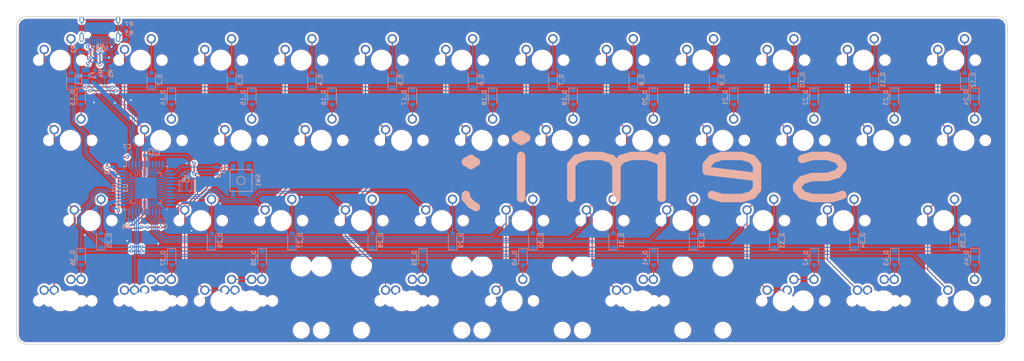
<source format=kicad_pcb>
(kicad_pcb (version 20211014) (generator pcbnew)
  (layers (0 "F.Cu" signal) (31 "B.Cu" signal) (34 "B.Paste" user) (35 "F.Paste" user) (36 "B.SilkS" user "B.Silkscreen") (37 "F.SilkS" user "F.Silkscreen") (38 "B.Mask" user) (39 "F.Mask" user) (44 "Edge.Cuts" user))
  (net 0 "")
  (net 1 "GND")
  (net 2 "col0")
  (net 3 "col1")
  (net 4 "col2")
  (net 5 "col3")
  (net 6 "col4")
  (net 7 "col5")
  (net 8 "col6")
  (net 9 "col7")
  (net 10 "col8")
  (net 11 "col9")
  (net 12 "col10")
  (net 13 "col11")
  (net 14 "row0")
  (net 15 "row1")
  (net 16 "row2")
  (net 17 "row3")
  (net 18 "Net-(D_1-Pad2)")
  (net 19 "Net-(D_2-Pad2)")
  (net 20 "Net-(D_3-Pad2)")
  (net 21 "Net-(D_4-Pad2)")
  (net 22 "Net-(D_5-Pad2)")
  (net 23 "Net-(D_6-Pad2)")
  (net 24 "Net-(D_7-Pad2)")
  (net 25 "Net-(D_8-Pad2)")
  (net 26 "Net-(D_9-Pad2)")
  (net 27 "Net-(D_10-Pad2)")
  (net 28 "Net-(D_11-Pad2)")
  (net 29 "Net-(D_12-Pad2)")
  (net 30 "Net-(D_13-Pad2)")
  (net 31 "Net-(D_14-Pad2)")
  (net 32 "Net-(D_15-Pad2)")
  (net 33 "Net-(D_16-Pad2)")
  (net 34 "Net-(D_17-Pad2)")
  (net 35 "Net-(D_18-Pad2)")
  (net 36 "Net-(D_19-Pad2)")
  (net 37 "Net-(D_20-Pad2)")
  (net 38 "Net-(D_21-Pad2)")
  (net 39 "Net-(D_22-Pad2)")
  (net 40 "Net-(D_23-Pad2)")
  (net 41 "Net-(D_24-Pad2)")
  (net 42 "Net-(D_25-Pad2)")
  (net 43 "Net-(D_26-Pad2)")
  (net 44 "Net-(D_27-Pad2)")
  (net 45 "Net-(D_28-Pad2)")
  (net 46 "Net-(D_29-Pad2)")
  (net 47 "Net-(D_30-Pad2)")
  (net 48 "Net-(D_31-Pad2)")
  (net 49 "Net-(D_32-Pad2)")
  (net 50 "Net-(D_33-Pad2)")
  (net 51 "Net-(D_34-Pad2)")
  (net 52 "Net-(D_35-Pad2)")
  (net 53 "Net-(D_36-Pad2)")
  (net 54 "Net-(D_37-Pad2)")
  (net 55 "Net-(D_38-Pad2)")
  (net 56 "Net-(D_39-Pad2)")
  (net 57 "Net-(D_40-Pad2)")
  (net 58 "Net-(D_41-Pad2)")
  (net 59 "Net-(D_42-Pad2)")
  (net 60 "Net-(D_44-Pad2)")
  (net 61 "Net-(D_43-Pad2)")
  (net 62 "Net-(C1-Pad1)")
  (net 63 "+5V")
  (net 64 "VBUS")
  (net 65 "Net-(R1-Pad2)")
  (net 66 "Net-(R2-Pad2)")
  (net 67 "Net-(R3-Pad2)")
  (net 68 "DBUS-")
  (net 69 "D-")
  (net 70 "DBUS+")
  (net 71 "D+")
  (net 72 "Net-(U2-Pad42)")
  (net 73 "Net-(U2-Pad41)")
  (net 74 "Net-(U2-Pad29)")
  (net 75 "Net-(U2-Pad18)")
  (net 76 "Net-(U2-Pad17)")
  (net 77 "Net-(U2-Pad16)")
  (net 78 "Net-(U2-Pad12)")
  (net 79 "Net-(U2-Pad11)")
  (net 80 "Net-(U2-Pad10)")
  (net 81 "Net-(U2-Pad9)")
  (net 82 "Net-(U2-Pad8)")
  (net 83 "Net-(U2-Pad1)")
  (net 86 "Earth")
  (net 87 "Net-(R6-Pad2)")
  (footprint "MX_Only:MXOnly-1U-NoLED" (layer "F.Cu") (at 52.3875 66.675)
    (fp_text reference "K_42")
    (fp_text value "KEYSW")
  )
  (footprint "MX_Only:MXOnly-1U-NoLED" (layer "F.Cu") (at 109.5375 28.575)
    (fp_text reference "K_18")
    (fp_text value "KEYSW")
  )
  (footprint "MX_Only:MXOnly-1.5U-NoLED" (layer "F.Cu") (at 219.075 47.625)
    (fp_text reference "K_35")
    (fp_text value "KEYSW")
  )
  (footprint "MX_Only:MXOnly-1U-NoLED" (layer "F.Cu") (at 47.625 66.675)
    (fp_text reference "K_41")
    (fp_text value "KEYSW")
  )
  (footprint "MX_Only:MXOnly-2.75U-ReversedStabilizers-NoLED" (layer "F.Cu") (at 92.86875 66.675)
    (fp_text reference "K_45")
    (fp_text value "KEYSW")
  )
  (footprint "MX_Only:MXOnly-1U-NoLED" (layer "F.Cu") (at 80.9625 47.625)
    (fp_text reference "K_28")
    (fp_text value "KEYSW")
  )
  (footprint "MX_Only:MXOnly-2.75U-ReversedStabilizers-NoLED" (layer "F.Cu") (at 145.25625 66.675)
    (fp_text reference "K_47")
    (fp_text value "KEYSW")
  )
  (footprint "MX_Only:MXOnly-1U-NoLED" (layer "F.Cu") (at 42.8625 47.625)
    (fp_text reference "K_26")
    (fp_text value "KEYSW")
  )
  (footprint "MX_Only:MXOnly-1U-NoLED" (layer "F.Cu") (at 33.3375 28.575)
    (fp_text reference "K_14")
    (fp_text value "KEYSW")
  )
  (footprint "MX_Only:MXOnly-1U-NoLED" (layer "F.Cu") (at 185.7375 66.675)
    (fp_text reference "K_50")
    (fp_text value "KEYSW")
  )
  (footprint "MX_Only:MXOnly-1U-NoLED" (layer "F.Cu") (at 157.1625 47.625)
    (fp_text reference "K_32")
    (fp_text value "KEYSW")
  )
  (footprint "MX_Only:MXOnly-1U-NoLED" (layer "F.Cu") (at 200.025 9.525)
    (fp_text reference "K_11")
    (fp_text value "KEYSW")
  )
  (footprint "MX_Only:MXOnly-1.25U-NoLED" (layer "F.Cu") (at 11.90625 28.575)
    (fp_text reference "K_13")
    (fp_text value "KEYSW")
  )
  (footprint "MX_Only:MXOnly-1U-NoLED" (layer "F.Cu") (at 185.7375 28.575)
    (fp_text reference "K_22")
    (fp_text value "KEYSW")
  )
  (footprint "MX_Only:MXOnly-1U-NoLED" (layer "F.Cu") (at 223.8375 66.675)
    (fp_text reference "K_53")
    (fp_text value "KEYSW")
  )
  (footprint "MX_Only:MXOnly-1U-NoLED" (layer "F.Cu") (at 204.7875 66.675)
    (fp_text reference "K_52")
    (fp_text value "KEYSW")
  )
  (footprint "MX_Only:MXOnly-1.25U-NoLED" (layer "F.Cu") (at 11.90625 66.675)
    (fp_text reference "K_37")
    (fp_text value "KEYSW")
  )
  (footprint "MX_Only:MXOnly-1U-NoLED" (layer "F.Cu") (at 223.8375 28.575)
    (fp_text reference "K_24")
    (fp_text value "KEYSW")
  )
  (footprint "MX_Only:MXOnly-1U-NoLED" (layer "F.Cu") (at 9.525 9.525)
    (fp_text reference "K_1")
    (fp_text value "KEYSW")
  )
  (footprint "MX_Only:MXOnly-3U-ReversedStabilizers-NoLED" (layer "F.Cu") (at 147.6375 66.675)
    (fp_text reference "K_48")
    (fp_text value "KEYSW")
  )
  (footprint "MX_Only:MXOnly-1U-NoLED" (layer "F.Cu") (at 47.625 9.525)
    (fp_text reference "K_3")
    (fp_text value "KEYSW")
  )
  (footprint "MX_Only:MXOnly-1U-NoLED" (layer "F.Cu") (at 66.675 9.525)
    (fp_text reference "K_4")
    (fp_text value "KEYSW")
  )
  (footprint "MX_Only:MXOnly-1U-NoLED" (layer "F.Cu") (at 28.575 9.525)
    (fp_text reference "K_2")
    (fp_text value "KEYSW")
  )
  (footprint "MX_Only:MXOnly-1U-NoLED" (layer "F.Cu") (at 90.4875 28.575)
    (fp_text reference "K_17")
    (fp_text value "KEYSW")
  )
  (footprint "MX_Only:MXOnly-1U-NoLED" (layer "F.Cu") (at 33.3375 66.675)
    (fp_text reference "K_40")
    (fp_text value "KEYSW")
  )
  (footprint "MX_Only:MXOnly-1U-NoLED" (layer "F.Cu") (at 128.5875 28.575)
    (fp_text reference "K_19")
    (fp_text value "KEYSW")
  )
  (footprint "MX_Only:MXOnly-1.25U-NoLED" (layer "F.Cu") (at 54.76875 66.675)
    (fp_text reference "K_43")
    (fp_text value "KEYSW")
  )
  (footprint "MX_Only:MXOnly-3U-ReversedStabilizers-NoLED" (layer "F.Cu") (at 90.4875 66.675)
    (fp_text reference "K_44")
    (fp_text value "KEYSW")
  )
  (footprint "MX_Only:MXOnly-1U-NoLED" (layer "F.Cu") (at 28.575 66.675)
    (fp_text reference "K_38")
    (fp_text value "KEYSW")
  )
  (footprint "MX_Only:MXOnly-1U-NoLED" (layer "F.Cu") (at 9.525 66.675)
    (fp_text reference "K_36")
    (fp_text value "KEYSW")
  )
  (footprint "MX_Only:MXOnly-1.25U-NoLED" (layer "F.Cu") (at 30.95625 66.675)
    (fp_text reference "K_39")
    (fp_text value "KEYSW")
  )
  (footprint "MX_Only:MXOnly-1.25U-NoLED" (layer "F.Cu") (at 221.45625 9.525)
    (fp_text reference "K_12")
    (fp_text value "KEYSW")
  )
  (footprint "MX_Only:MXOnly-1U-NoLED" (layer "F.Cu") (at 180.975 66.675)
    (fp_text reference "K_49")
    (fp_text value "KEYSW")
  )
  (footprint "MX_Only:MXOnly-1U-NoLED" (layer "F.Cu") (at 104.775 9.525)
    (fp_text reference "K_6")
    (fp_text value "KEYSW")
  )
  (footprint "MX_Only:MXOnly-1U-NoLED" (layer "F.Cu") (at 119.0625 47.625)
    (fp_text reference "K_30")
    (fp_text value "KEYSW")
  )
  (footprint "MX_Only:MXOnly-1U-NoLED" (layer "F.Cu") (at 71.4375 28.575)
    (fp_text reference "K_16")
    (fp_text value "KEYSW")
  )
  (footprint "MX_Only:MXOnly-1U-NoLED" (layer "F.Cu") (at 123.825 9.525)
    (fp_text reference "K_7")
    (fp_text value "KEYSW")
  )
  (footprint "MX_Only:MXOnly-1U-NoLED" (layer "F.Cu") (at 52.3875 28.575)
    (fp_text reference "K_15")
    (fp_text value "KEYSW")
  )
  (footprint "MX_Only:MXOnly-1U-NoLED" (layer "F.Cu") (at 100.0125 47.625)
    (fp_text reference "K_29")
    (fp_text value "KEYSW")
  )
  (footprint "MX_Only:MXOnly-1U-NoLED" (layer "F.Cu") (at 61.9125 47.625)
    (fp_text reference "K_27")
    (fp_text value "KEYSW")
  )
  (footprint "MX_Only:MXOnly-1U-NoLED" (layer "F.Cu") (at 204.7875 28.575)
    (fp_text reference "K_23")
    (fp_text value "KEYSW")
  )
  (footprint "MX_Only:MXOnly-1U-NoLED" (layer "F.Cu") (at 161.925 9.525)
    (fp_text reference "K_9")
    (fp_text value "KEYSW")
  )
  (footprint "MX_Only:MXOnly-1U-NoLED" (layer "F.Cu") (at 142.875 9.525)
    (fp_text reference "K_8")
    (fp_text value "KEYSW")
  )
  (footprint "MX_Only:MXOnly-1.75U-NoLED" (layer "F.Cu") (at 16.66875 47.625)
    (fp_text reference "K_25")
    (fp_text value "KEYSW")
  )
  (footprint "MX_Only:MXOnly-1U-NoLED" (layer "F.Cu") (at 180.975 9.525)
    (fp_text reference "K_10")
    (fp_text value "KEYSW")
  )
  (footprint "MX_Only:MXOnly-1U-NoLED" (layer "F.Cu") (at 195.2625 47.625)
    (fp_text reference "K_34")
    (fp_text value "KEYSW")
  )
  (footprint "MX_Only:MXOnly-1U-NoLED" (layer "F.Cu") (at 176.2125 47.625)
    (fp_text reference "K_33")
    (fp_text value "KEYSW")
  )
  (footprint "MX_Only:MXOnly-1U-NoLED" (layer "F.Cu") (at 85.725 9.525)
    (fp_text reference "K_5")
    (fp_text value "KEYSW")
  )
  (footprint "MX_Only:MXOnly-1.25U-NoLED" (layer "F.Cu") (at 202.40625 66.675)
    (fp_text reference "K_51")
    (fp_text value "KEYSW")
  )
  (footprint "MX_Only:MXOnly-1U-NoLED" (layer "F.Cu") (at 166.6875 28.575)
    (fp_text reference "K_21")
    (fp_text value "KEYSW")
  )
  (footprint "MX_Only:MXOnly-1U-NoLED" (layer "F.Cu") (at 147.6375 28.575)
    (fp_text reference "K_20")
    (fp_text value "KEYSW")
  )
  (footprint "MX_Only:MXOnly-1U-NoLED" (layer "F.Cu") (at 138.1125 47.625)
    (fp_text reference "K_31")
    (fp_text value "KEYSW")
  )
  (footprint "MX_Only:MXOnly-6.25U-ReversedStabilizers-NoLED" (layer "F.Cu") (at 116.68125 66.675)
    (fp_text reference "K_46")
    (fp_text value "KEYSW")
  )
  (footprint "Capacitor_SMD:C_0603_1608Metric" (layer "B.Cu") (at 29.591 31.369 90)
    (fp_text reference "C1")
    (fp_text value "1uF")
  )
  (footprint "Capacitor_SMD:C_0603_1608Metric" (layer "B.Cu") (at 31.115 31.369 90)
    (fp_text reference "C2")
    (fp_text value "0.1uF")
  )
  (footprint "Capacitor_SMD:C_0603_1608Metric" (layer "B.Cu") (at 22.098 35.687 -90)
    (fp_text reference "C3")
    (fp_text value "0.1uF")
  )
  (footprint "Capacitor_SMD:C_0603_1608Metric" (layer "B.Cu") (at 22.098 43.942 90)
    (fp_text reference "C4")
    (fp_text value "0.1uF")
  )
  (footprint "Capacitor_SMD:C_0603_1608Metric" (layer "B.Cu") (at 34.036 47.625)
    (fp_text reference "C5")
    (fp_text value "0.1uF")
  )
  (footprint "Capacitor_SMD:C_0603_1608Metric" (layer "B.Cu") (at 39.243 36.576)
    (fp_text reference "C6")
    (fp_text value "0.1uF")
  )
  (footprint "Capacitor_SMD:C_0603_1608Metric" (layer "B.Cu") (at 25.4 31.496 180)
    (fp_text reference "C7")
    (fp_text value "10uF")
  )
  (footprint "Fuse:Fuse_1206_3216Metric" (layer "B.Cu") (at 15.494 13.211 90)
    (fp_text reference "F1")
    (fp_text value "500mA")
  )
  (footprint "Resistor_SMD:R_0603_1608Metric" (layer "B.Cu") (at 46.609 35.687 90)
    (fp_text reference "R1")
    (fp_text value "10k")
  )
  (footprint "Resistor_SMD:R_0603_1608Metric" (layer "B.Cu") (at 14.224 6.858 -90)
    (fp_text reference "R2")
    (fp_text value "5.1k")
  )
  (footprint "Resistor_SMD:R_0603_1608Metric" (layer "B.Cu") (at 17.78 12.7 90)
    (fp_text reference "R4")
    (fp_text value "22")
  )
  (footprint "Resistor_SMD:R_0603_1608Metric" (layer "B.Cu") (at 20.066 12.7 90)
    (fp_text reference "R5")
    (fp_text value "22")
  )
  (footprint "Resistor_SMD:R_0603_1608Metric" (layer "B.Cu") (at 25.019 47.625)
    (fp_text reference "R6")
    (fp_text value "10k")
  )
  (footprint "random-keyboard-parts:SKQG-1155865" (layer "B.Cu") (at 52.3842 38.0976 -90)
    (fp_text reference "SW1")
    (fp_text value "SW_Push")
  )
  (footprint "Package_TO_SOT_SMD:SOT-23-6" (layer "B.Cu") (at 18.923 9.017 180)
    (fp_text reference "U1")
    (fp_text value "SRV05-4")
  )
  (footprint "Package_QFP:TQFP-44_10x10mm_P0.8mm" (layer "B.Cu") (at 29.845 39.878 -90)
    (fp_text reference "U2")
    (fp_text value "ATmega32U4-AU")
  )
  (footprint "Type-C:HRO-TYPE-C-31-M-12-Assembly" (layer "B.Cu") (at 18.923 -2.667)
    (fp_text reference "USB1")
    (fp_text value "HRO-TYPE-C-31-M-12")
  )
  (footprint "Crystal:Resonator_SMD_muRata_CSTxExxV-3Pin_3.0x1.1mm" (layer "B.Cu") (at 39.497 39.37 180)
    (fp_text reference "Y1")
    (fp_text value "Resonator_Small")
  )
  (footprint "Resistor_SMD:R_0603_1608Metric" (layer "B.Cu") (at 25.908 4.572 180)
    (fp_text reference "R3")
    (fp_text value "5.1k")
  )
  (footprint "Resistor_SMD:R_0603_1608Metric" (layer "B.Cu") (at 25.908 2.413 180)
    (fp_text reference "R7")
    (fp_text value "1M")
  )
  (footprint "Diode_SMD:D_SOD-123" (layer "B.Cu") (at 19.177 52.316 90)
    (fp_text reference "D_25")
    (fp_text value "D")
  )
  (footprint "Diode_SMD:D_SOD-123" (layer "B.Cu") (at 178.7685 52.316 90)
    (fp_text reference "D_33")
    (fp_text value "D")
  )
  (footprint "Diode_SMD:D_SOD-123" (layer "B.Cu") (at 35.941 56.515 -90)
    (fp_text reference "D_37")
    (fp_text value "D")
  )
  (footprint "Diode_SMD:D_SOD-123" (layer "B.Cu") (at 150.1935 18.407 -90)
    (fp_text reference "D_20")
    (fp_text value "D")
  )
  (footprint "Diode_SMD:D_SOD-123" (layer "B.Cu") (at 54.9435 18.407 -90)
    (fp_text reference "D_15")
    (fp_text value "D")
  )
  (footprint "Diode_SMD:D_SOD-123" (layer "B.Cu") (at 102.5685 52.316 90)
    (fp_text reference "D_29")
    (fp_text value "D")
  )
  (footprint "Diode_SMD:D_SOD-123" (layer "B.Cu") (at 88.281 14.216 90)
    (fp_text reference "D_5")
    (fp_text value "D")
  )
  (footprint "Diode_SMD:D_SOD-123" (layer "B.Cu") (at 188.2935 18.407 -90)
    (fp_text reference "D_22")
    (fp_text value "D")
  )
  (footprint "Diode_SMD:D_SOD-123" (layer "B.Cu") (at 226.3935 18.407 -90)
    (fp_text reference "D_24")
    (fp_text value "D")
  )
  (footprint "Diode_SMD:D_SOD-123" (layer "B.Cu") (at 31.131 14.216 90)
    (fp_text reference "D_2")
    (fp_text value "D")
  )
  (footprint "Diode_SMD:D_SOD-123" (layer "B.Cu") (at 145.431 14.216 90)
    (fp_text reference "D_8")
    (fp_text value "D")
  )
  (footprint "Diode_SMD:D_SOD-123" (layer "B.Cu") (at 188.341 56.515 -90)
    (fp_text reference "D_42")
    (fp_text value "D")
  )
  (footprint "Diode_SMD:D_SOD-123" (layer "B.Cu") (at 169.2435 18.407 -90)
    (fp_text reference "D_21")
    (fp_text value "D")
  )
  (footprint "Diode_SMD:D_SOD-123" (layer "B.Cu") (at 95.504 56.515 -90)
    (fp_text reference "D_39")
    (fp_text value "D")
  )
  (footprint "Diode_SMD:D_SOD-123" (layer "B.Cu") (at 224.028 14.224 90)
    (fp_text reference "D_12")
    (fp_text value "D")
  )
  (footprint "Diode_SMD:D_SOD-123" (layer "B.Cu") (at 112.0935 18.407 -90)
    (fp_text reference "D_18")
    (fp_text value "D")
  )
  (footprint "Diode_SMD:D_SOD-123" (layer "B.Cu") (at 83.5185 52.316 90)
    (fp_text reference "D_28")
    (fp_text value "D")
  )
  (footprint "Diode_SMD:D_SOD-123" (layer "B.Cu") (at 131.1435 18.407 -90)
    (fp_text reference "D_19")
    (fp_text value "D")
  )
  (footprint "Diode_SMD:D_SOD-123" (layer "B.Cu") (at 126.381 14.216 90)
    (fp_text reference "D_7")
    (fp_text value "D")
  )
  (footprint "Diode_SMD:D_SOD-123" (layer "B.Cu") (at 119.253 56.515 -90)
    (fp_text reference "D_40")
    (fp_text value "D")
  )
  (footprint "Diode_SMD:D_SOD-123" (layer "B.Cu") (at 150.241 56.515 -90)
    (fp_text reference "D_41")
    (fp_text value "D")
  )
  (footprint "Diode_SMD:D_SOD-123" (layer "B.Cu") (at 14.478 56.515 -90)
    (fp_text reference "D_36")
    (fp_text value "D")
  )
  (footprint "Diode_SMD:D_SOD-123" (layer "B.Cu") (at 73.9935 18.407 -90)
    (fp_text reference "D_16")
    (fp_text value "D")
  )
  (footprint "Diode_SMD:D_SOD-123" (layer "B.Cu") (at 207.3435 18.407 -90)
    (fp_text reference "D_23")
    (fp_text value "D")
  )
  (footprint "Diode_SMD:D_SOD-123" (layer "B.Cu") (at 50.181 14.216 90)
    (fp_text reference "D_3")
    (fp_text value "D")
  )
  (footprint "Diode_SMD:D_SOD-123" (layer "B.Cu") (at 159.7185 52.316 90)
    (fp_text reference "D_32")
    (fp_text value "D")
  )
  (footprint "Diode_SMD:D_SOD-123" (layer "B.Cu") (at 221.615 52.324 90)
    (fp_text reference "D_35")
    (fp_text value "D")
  )
  (footprint "Diode_SMD:D_SOD-123" (layer "B.Cu") (at 57.404 56.515 -90)
    (fp_text reference "D_38")
    (fp_text value "D")
  )
  (footprint "Diode_SMD:D_SOD-123" (layer "B.Cu") (at 197.8185 52.316 90)
    (fp_text reference "D_34")
    (fp_text value "D")
  )
  (footprint "Diode_SMD:D_SOD-123" (layer "B.Cu") (at 45.4185 52.316 90)
    (fp_text reference "D_26")
    (fp_text value "D")
  )
  (footprint "Diode_SMD:D_SOD-123" (layer "B.Cu") (at 207.391 56.515 -90)
    (fp_text reference "D_43")
    (fp_text value "D")
  )
  (footprint "Package_DFN_QFN:QFN-44-1EP_7x7mm_P0.5mm_EP5.2x5.2mm" (layer "B.Cu") (at 29.845 39.878 -90)
    (fp_text reference "U3")
    (fp_text value "ATmega32U4-M")
  )
  (footprint "Diode_SMD:D_SOD-123" (layer "B.Cu") (at 14.478 18.415 -90)
    (fp_text reference "D_13")
    (fp_text value "D")
  )
  (footprint "Diode_SMD:D_SOD-123" (layer "B.Cu") (at 226.441 56.507 -90)
    (fp_text reference "D_44")
    (fp_text value "D")
  )
  (footprint "Diode_SMD:D_SOD-123" (layer "B.Cu") (at 164.481 14.216 90)
    (fp_text reference "D_9")
    (fp_text value "D")
  )
  (footprint "Diode_SMD:D_SOD-123" (layer "B.Cu") (at 107.331 14.216 90)
    (fp_text reference "D_6")
    (fp_text value "D")
  )
  (footprint "Diode_SMD:D_SOD-123" (layer "B.Cu") (at 183.531 14.216 90)
    (fp_text reference "D_10")
    (fp_text value "D")
  )
  (footprint "Diode_SMD:D_SOD-123" (layer "B.Cu") (at 35.8935 18.407 -90)
    (fp_text reference "D_14")
    (fp_text value "D")
  )
  (footprint "Diode_SMD:D_SOD-123" (layer "B.Cu") (at 140.6685 52.316 90)
    (fp_text reference "D_31")
    (fp_text value "D")
  )
  (footprint "Diode_SMD:D_SOD-123" (layer "B.Cu") (at 12.081 14.216 90)
    (fp_text reference "D_1")
    (fp_text value "D")
  )
  (footprint "Diode_SMD:D_SOD-123" (layer "B.Cu") (at 93.0435 18.407 -90)
    (fp_text reference "D_17")
    (fp_text value "D")
  )
  (footprint "Diode_SMD:D_SOD-123" (layer "B.Cu") (at 69.231 14.216 90)
    (fp_text reference "D_4")
    (fp_text value "D")
  )
  (footprint "Diode_SMD:D_SOD-123" (layer "B.Cu") (at 64.4685 52.316 90)
    (fp_text reference "D_27")
    (fp_text value "D")
  )
  (footprint "Diode_SMD:D_SOD-123" (layer "B.Cu") (at 121.6185 52.316 90)
    (fp_text reference "D_30")
    (fp_text value "D")
  )
  (footprint "Diode_SMD:D_SOD-123" (layer "B.Cu") (at 202.581 14.216 90)
    (fp_text reference "D_11")
    (fp_text value "D")
  )
  (gr_arc (start 231.7604 -0.7937) (mid 233.444092 -0.096292) (end 234.1415 1.5874) (layer "Edge.Cuts") (width 0.2))
  (gr_line (start -0.7937 74.6078) (end -0.7937 1.5874) (layer "Edge.Cuts") (width 0.2))
  (gr_arc (start 234.1415 74.6078) (mid 233.444092 76.291492) (end 231.7604 76.9889) (layer "Edge.Cuts") (width 0.2))
  (gr_line (start 234.1415 1.5874) (end 234.1415 74.6078) (layer "Edge.Cuts") (width 0.2))
  (gr_arc (start -0.7937 1.5874) (mid -0.096292 -0.096292) (end 1.5874 -0.7937) (layer "Edge.Cuts") (width 0.2))
  (gr_line (start 231.7604 76.9889) (end 1.5874 76.9889) (layer "Edge.Cuts") (width 0.2))
  (gr_line (start 1.5874 -0.7937) (end 231.7604 -0.7937) (layer "Edge.Cuts") (width 0.2))
  (gr_arc (start 1.5874 76.9889) (mid -0.096292 76.291492) (end -0.7937 74.6078) (layer "Edge.Cuts") (width 0.2))
  (gr_text "semi;" (at 150.368 35.433) (layer "B.SilkS") (effects (font (size 15 25) (thickness 2)) (justify mirror)))
  (segment (start 21.082 6.98648) (end 21.082 8.89) (width 0.25) (layer "F.Cu") (net 1))
  (segment (start 21.717101 6.351379) (end 21.082 6.98648) (width 0.25) (layer "F.Cu") (net 1))
  (via (at 21.717101 6.351379) (size 0.8) (drill 0.4) (layers "F.Cu" "B.Cu") (net 1))
  (via (at 66.802 42.037) (size 0.8) (drill 0.4) (layers "F.Cu" "B.Cu") (net 1))
  (via (at 21.082 8.89) (size 0.8) (drill 0.4) (layers "F.Cu" "B.Cu") (net 1))
  (via (at 22.479 19.685) (size 0.8) (drill 0.4) (layers "F.Cu" "B.Cu") (net 1))
  (via (at 25.4 52.451) (size 0.8) (drill 0.4) (layers "F.Cu" "B.Cu") (net 1))
  (via (at 26.289 19.05) (size 0.8) (drill 0.4) (layers "F.Cu" "B.Cu") (net 1))
  (via (at 40.64 50.038) (size 0.8) (drill 0.4) (layers "F.Cu" "B.Cu") (net 1))
  (via (at 39.497 34.036) (size 0.8) (drill 0.4) (layers "F.Cu" "B.Cu") (net 1))
  (via (at 17.526 19.558) (size 0.8) (drill 0.4) (layers "F.Cu" "B.Cu") (net 1))
  (via (at 32.766 53.086) (size 0.8) (drill 0.4) (layers "F.Cu" "B.Cu") (net 1))
  (via (at 47.498 43.561) (size 0.8) (drill 0.4) (layers "F.Cu" "B.Cu") (net 1))
  (via (at 15.367 51.054) (size 0.8) (drill 0.4) (layers "F.Cu" "B.Cu") (net 1))
  (segment (start 33.845 45.578) (end 33.845 46.6465) (width 0.25) (layer "B.Cu") (net 1))
  (segment (start 22.3015 36.678) (end 24.145 36.678) (width 0.25) (layer "B.Cu") (net 1))
  (segment (start 36.728001 38.094999) (end 36.545 38.278) (width 0.25) (layer "B.Cu") (net 1))
  (segment (start 32.345 43.2155) (end 32.345 42.626008) (width 0.25) (layer "B.Cu") (net 1))
  (segment (start 39.497 39.37) (end 39.497 38.62) (width 0.25) (layer "B.Cu") (net 1))
  (segment (start 25.921992 41.878) (end 26.5075 41.878) (width 0.25) (layer "B.Cu") (net 1))
  (segment (start 29.045 35.357233) (end 29.345 35.657233) (width 0.25) (layer "B.Cu") (net 1))
  (segment (start 26.6955 4.572) (end 26.6955 2.413) (width 0.25) (layer "B.Cu") (net 1))
  (segment (start 30.845 38.878) (end 29.845 39.878) (width 0.25) (layer "B.Cu") (net 1))
  (segment (start 31.115 30.5815) (end 29.591 30.5815) (width 0.25) (layer "B.Cu") (net 1))
  (segment (start 33.845 44.7155) (end 33.845 45.578) (width 0.25) (layer "B.Cu") (net 1))
  (segment (start 33.845 46.6465) (end 34.8235 47.625) (width 0.25) (layer "B.Cu") (net 1))
  (segment (start 29.345 36.5405) (end 29.345 39.378) (width 0.25) (layer "B.Cu") (net 1))
  (segment (start 29.345 35.657233) (end 29.345 36.5405) (width 0.25) (layer "B.Cu") (net 1))
  (segment (start 39.497 38.62) (end 38.971999 38.094999) (width 0.25) (layer "B.Cu") (net 1))
  (segment (start 27.845 37.878) (end 29.845 39.878) (width 0.25) (layer "B.Cu") (net 1))
  (segment (start 29.345 39.378) (end 29.845 39.878) (width 0.25) (layer "B.Cu") (net 1))
  (segment (start 14.6555 6.0705) (end 14.224 6.0705) (width 0.25) (layer "B.Cu") (net 1))
  (segment (start 32.345 42.626008) (end 29.845 40.126008) (width 0.25) (layer "B.Cu") (net 1))
  (segment (start 22.098 43.1545) (end 24.0685 43.1545) (width 0.25) (layer "B.Cu") (net 1))
  (segment (start 29.845 40.126008) (end 29.845 39.878) (width 0.25) (layer "B.Cu") (net 1))
  (segment (start 38.971999 38.094999) (end 36.728001 38.094999) (width 0.25) (layer "B.Cu") (net 1))
  (segment (start 25.888 37.878) (end 25.5 37.49) (width 0.25) (layer "B.Cu") (net 1))
  (segment (start 33.1825 38.878) (end 34.044792 38.878) (width 0.25) (layer "B.Cu") (net 1))
  (segment (start 25.145 43.078) (end 25.645 42.578) (width 0.25) (layer "B.Cu") (net 1))
  (segment (start 22.098 36.4745) (end 22.3015 36.678) (width 0.25) (layer "B.Cu") (net 1))
  (segment (start 25.5 37.49) (end 25.5 37.19) (width 0.25) (layer "B.Cu") (net 1))
  (segment (start 22.148 5.028) (end 22.148 5.92048) (width 0.25) (layer "B.Cu") (net 1))
  (segment (start 26.5075 37.878) (end 27.845 37.878) (width 0.25) (layer "B.Cu") (net 1))
  (segment (start 29.045 34.178) (end 29.045 35.357233) (width 0.25) (layer "B.Cu") (net 1))
  (segment (start 15.698 5.028) (end 14.6555 6.0705) (width 0.25) (layer "B.Cu") (net 1))
  (segment (start 26.5075 41.878) (end 27.845 41.878) (width 0.25) (layer "B.Cu") (net 1))
  (segment (start 24.145 43.078) (end 25.145 43.078) (width 0.25) (layer "B.Cu") (net 1))
  (segment (start 24.0685 43.1545) (end 24.145 43.078) (width 0.25) (layer "B.Cu") (net 1))
  (segment (start 27.845 41.878) (end 29.845 39.878) (width 0.25) (layer "B.Cu") (net 1))
  (segment (start 20.023 9.017) (end 20.955 9.017) (width 0.25) (layer "B.Cu") (net 1))
  (segment (start 33.1825 38.878) (end 30.845 38.878) (width 0.25) (layer "B.Cu") (net 1))
  (segment (start 22.148 5.453) (end 22.18301 5.48801) (width 0.25) (layer "B.Cu") (net 1))
  (segment (start 34.644792 38.278) (end 35.545 38.278) (width 0.25) (layer "B.Cu") (net 1))
  (segment (start 25.645 42.578) (end 25.645 42.154992) (width 0.25) (layer "B.Cu") (net 1))
  (segment (start 34.044792 38.878) (end 34.644792 38.278) (width 0.25) (layer "B.Cu") (net 1))
  (segment (start 25.5 37.19) (end 24.988 36.678) (width 0.25) (layer "B.Cu") (net 1))
  (segment (start 20.955 9.017) (end 21.082 8.89) (width 0.25) (layer "B.Cu") (net 1))
  (segment (start 22.148 5.92048) (end 21.717101 6.351379) (width 0.25) (layer "B.Cu") (net 1))
  (segment (start 32.345 43.2155) (end 33.845 44.7155) (width 0.25) (layer "B.Cu") (net 1))
  (segment (start 25.645 42.154992) (end 25.921992 41.878) (width 0.25) (layer "B.Cu") (net 1))
  (segment (start 22.148 5.028) (end 22.148 5.453) (width 0.25) (layer "B.Cu") (net 1))
  (segment (start 26.5075 37.878) (end 25.888 37.878) (width 0.25) (layer "B.Cu") (net 1))
  (segment (start 36.545 38.278) (end 35.545 38.278) (width 0.25) (layer "B.Cu") (net 1))
  (segment (start 24.988 36.678) (end 24.145 36.678) (width 0.25) (layer "B.Cu") (net 1))
  (segment (start 8.09625 40.3225) (end 12.85875 45.085) (width 0.25) (layer "F.Cu") (net 2))
  (segment (start 8.09625 62.54401) (end 8.09625 64.135) (width 0.25) (layer "F.Cu") (net 2))
  (segment (start 12.85875 48.131002) (end 8.09625 52.893502) (width 0.25) (layer "F.Cu") (net 2))
  (segment (start 5.715 6.985) (end 5.715 23.65375) (width 0.25) (layer "F.Cu") (net 2))
  (segment (start 5.715 23.65375) (end 8.09625 26.035) (width 0.25) (layer "F.Cu") (net 2))
  (segment (start 8.09625 26.035) (end 8.09625 40.3225) (width 0.25) (layer "F.Cu") (net 2))
  (segment (start 8.09625 52.893502) (end 8.09625 62.54401) (width 0.25) (layer "F.Cu") (net 2))
  (segment (start 12.85875 45.085) (end 12.85875 48.131002) (width 0.25) (layer "F.Cu") (net 2))
  (segment (start 20.74182 40.678) (end 20.258798 40.19498) (width 0.25) (layer "B.Cu") (net 2))
  (segment (start 20.258798 40.19498) (end 18.139947 40.194981) (width 0.25) (layer "B.Cu") (net 2))
  (segment (start 16.858729 41.476199) (end 16.858729 42.730227) (width 0.25) (layer "B.Cu") (net 2))
  (segment (start 5.715 64.135) (end 8.09625 64.135) (width 0.25) (layer "B.Cu") (net 2))
  (segment (start 25.122 40.678) (end 24.145 40.678) (width 0.25) (layer "B.Cu") (net 2))
  (segment (start 14.503956 45.085) (end 12.85875 45.085) (width 0.25) (layer "B.Cu") (net 2))
  (segment (start 18.139947 40.194981) (end 16.858729 41.476199) (width 0.25) (layer "B.Cu") (net 2))
  (segment (start 25.422 40.378) (end 25.122 40.678) (width 0.25) (layer "B.Cu") (net 2))
  (segment (start 26.5075 40.378) (end 25.422 40.378) (width 0.25) (layer "B.Cu") (net 2))
  (segment (start 24.145 40.678) (end 20.74182 40.678) (width 0.25) (layer "B.Cu") (net 2))
  (segment (start 16.858729 42.730227) (end 14.503956 45.085) (width 0.25) (layer "B.Cu") (net 2))
  (segment (start 26.78 48.73) (end 25.89 48.73) (width 0.25) (layer "F.Cu") (net 3))
  (segment (start 24.765 6.985) (end 24.765 21.2725) (width 0.25) (layer "F.Cu") (net 3))
  (segment (start 29.5275 26.035) (end 29.5275 45.9825) (width 0.25) (layer "F.Cu") (net 3))
  (segment (start 29.5275 45.9825) (end 26.78 48.73) (width 0.25) (layer "F.Cu") (net 3))
  (segment (start 24.765 21.2725) (end 29.5275 26.035) (width 0.25) (layer "F.Cu") (net 3))
  (via (at 25.89 48.73) (size 0.8) (drill 0.4) (layers "F.Cu" "B.Cu") (net 3))
  (segment (start 27.568008 44.078) (end 27.845 43.801008) (width 0.25) (layer "B.Cu") (net 3))
  (segment (start 27.128 44.22) (end 27.33 44.22) (width 0.25) (layer "B.Cu") (net 3))
  (segment (start 27.472 44.078) (end 27.568008 44.078) (width 0.25) (layer "B.Cu") (net 3))
  (segment (start 27.845 43.801008) (end 27.845 43.2155) (width 0.25) (layer "B.Cu") (net 3))
  (segment (start 26.36 48.73) (end 25.89 48.73) (width 0.25) (layer "B.Cu") (net 3))
  (segment (start 27.177479 55.244479) (end 27.177479 55.568804) (width 0.25) (layer "B.Cu") (net 3))
  (segment (start 26.645 45.578) (end 26.645 44.703) (width 0.25) (layer "B.Cu") (net 3))
  (segment (start 26.645 44.703) (end 27.128 44.22) (width 0.25) (layer "B.Cu") (net 3))
  (segment (start 24.765 64.135) (end 27.14625 64.135) (width 0.25) (layer "B.Cu") (net 3))
  (segment (start 27.33 44.22) (end 27.472 44.078) (width 0.25) (layer "B.Cu") (net 3))
  (segment (start 27.177479 55.244479) (end 27.177479 64.103771) (width 0.25) (layer "B.Cu") (net 3))
  (segment (start 27.14625 64.135) (end 29.5275 64.135) (width 0.25) (layer "B.Cu") (net 3))
  (segment (start 26.645 48.445) (end 26.36 48.73) (width 0.25) (layer "B.Cu") (net 3))
  (segment (start 26.645 45.578) (end 26.645 48.445) (width 0.25) (layer "B.Cu") (net 3))
  (segment (start 26.645 45.578) (end 26.645 46.578) (width 0.25) (layer "B.Cu") (net 3))
  (segment (start 26.645 46.578) (end 27.177479 47.110479) (width 0.25) (layer "B.Cu") (net 3))
  (segment (start 27.177479 47.110479) (end 27.177479 55.244479) (width 0.25) (layer "B.Cu") (net 3))
  (segment (start 27.177479 64.103771) (end 27.14625 64.135) (width 0.25) (layer "B.Cu") (net 3))
  (segment (start 48.5775 35.56) (end 39.0525 45.085) (width 0.25) (layer "F.Cu") (net 4))
  (segment (start 43.815 6.985) (end 43.815 21.2725) (width 0.25) (layer "F.Cu") (net 4))
  (segment (start 43.815 21.2725) (end 48.5775 26.035) (width 0.25) (layer "F.Cu") (net 4))
  (segment (start 43.815 64.135) (end 39.0525 59.3725) (width 0.25) (layer "F.Cu") (net 4))
  (segment (start 48.5775 26.035) (end 48.5775 35.56) (width 0.25) (layer "F.Cu") (net 4))
  (segment (start 39.0525 59.3725) (end 39.0525 45.085) (width 0.25) (layer "F.Cu") (net 4))
  (segment (start 37.8455 43.878) (end 35.545 43.878) (width 0.25) (layer "B.Cu") (net 4))
  (segment (start 33.1825 42.378) (end 34.6825 43.878) (width 0.25) (layer "B.Cu") (net 4))
  (segment (start 39.0525 45.085) (end 37.8455 43.878) (width 0.25) (layer "B.Cu") (net 4))
  (segment (start 34.6825 43.878) (end 35.545 43.878) (width 0.25) (layer "B.Cu") (net 4))
  (segment (start 43.815 64.135) (end 48.5775 64.135) (width 0.25) (layer "B.Cu") (net 4))
  (segment (start 48.5775 64.135) (end 50.95875 64.135) (width 0.25) (layer "B.Cu") (net 4))
  (segment (start 62.865 21.2725) (end 67.6275 26.035) (width 0.25) (layer "F.Cu") (net 5))
  (segment (start 62.865 6.985) (end 62.865 21.2725) (width 0.25) (layer "F.Cu") (net 5))
  (segment (start 67.6275 35.56) (end 58.1025 45.085) (width 0.25) (layer "F.Cu") (net 5))
  (segment (start 67.6275 26.035) (end 67.6275 35.56) (width 0.25) (layer "F.Cu") (net 5))
  (segment (start 43.423478 42.37802) (end 44.706499 41.094999) (width 0.25) (layer "B.Cu") (net 5))
  (segment (start 33.1825 41.878) (end 33.821604 41.878) (width 0.25) (layer "B.Cu") (net 5))
  (segment (start 36.545 43.078) (end 37.24498 42.37802) (width 0.25) (layer "B.Cu") (net 5))
  (segment (start 34.105406 42.513406) (end 34.67 43.078) (width 0.25) (layer "B.Cu") (net 5))
  (segment (start 37.24498 42.37802) (end 43.423478 42.37802) (width 0.25) (layer "B.Cu") (net 5))
  (segment (start 34.105406 42.161802) (end 34.105406 42.513406) (width 0.25) (layer "B.Cu") (net 5))
  (segment (start 44.706499 41.094999) (end 46.098501 41.094999) (width 0.25) (layer "B.Cu") (net 5))
  (segment (start 56.340119 43.322619) (end 58.1025 45.085) (width 0.25) (layer "B.Cu") (net 5))
  (segment (start 46.098501 41.094999) (end 48.326121 43.322619) (width 0.25) (layer "B.Cu") (net 5))
  (segment (start 35.545 43.078) (end 36.545 43.078) (width 0.25) (layer "B.Cu") (net 5))
  (segment (start 33.821604 41.878) (end 34.105406 42.161802) (width 0.25) (layer "B.Cu") (net 5))
  (segment (start 34.67 43.078) (end 35.545 43.078) (width 0.25) (layer "B.Cu") (net 5))
  (segment (start 48.326121 43.322619) (end 56.340119 43.322619) (width 0.25) (layer "B.Cu") (net 5))
  (segment (start 86.6775 26.035) (end 86.6775 35.56) (width 0.25) (layer "F.Cu") (net 6))
  (segment (start 86.6775 62.54401) (end 86.6775 64.135) (width 0.25) (layer "F.Cu") (net 6))
  (segment (start 81.915 21.2725) (end 86.6775 26.035) (width 0.25) (layer "F.Cu") (net 6))
  (segment (start 86.6775 35.56) (end 77.1525 45.085) (width 0.25) (layer "F.Cu") (net 6))
  (segment (start 86.6775 60.703026) (end 86.6775 62.54401) (width 0.25) (layer "F.Cu") (net 6))
  (segment (start 77.1525 51.178026) (end 86.6775 60.703026) (width 0.25) (layer "F.Cu") (net 6))
  (segment (start 81.915 6.985) (end 81.915 21.2725) (width 0.25) (layer "F.Cu") (net 6))
  (segment (start 77.1525 45.085) (end 77.1525 51.178026) (width 0.25) (layer "F.Cu") (net 6))
  (segment (start 44.520099 40.644989) (end 46.284902 40.64499) (width 0.25) (layer "B.Cu") (net 6))
  (segment (start 63.756499 41.094999) (end 63.807001 41.094999) (width 0.25) (layer "B.Cu") (net 6))
  (segment (start 35.545 42.278) (end 36.355002 42.278) (width 0.25) (layer "B.Cu") (net 6))
  (segment (start 77.1525 45.085) (end 73.162499 41.094999) (width 0.25) (layer "B.Cu") (net 6))
  (segment (start 36.704992 41.92801) (end 43.237078 41.92801) (width 0.25) (layer "B.Cu") (net 6))
  (segment (start 48.512521 42.872611) (end 55.230602 42.87261) (width 0.25) (layer "B.Cu") (net 6))
  (segment (start 73.162499 41.094999) (end 64.970999 41.094999) (width 0.25) (layer "B.Cu") (net 6))
  (segment (start 43.237078 41.92801) (end 44.520099 40.644989) (width 0.25) (layer "B.Cu") (net 6))
  (segment (start 63.807001 41.094999) (end 64.970999 41.094999) (width 0.25) (layer "B.Cu") (net 6))
  (segment (start 55.230602 42.87261) (end 57.008213 41.094999) (width 0.25) (layer "B.Cu") (net 6))
  (segment (start 46.284902 40.64499) (end 48.512521 42.872611) (width 0.25) (layer "B.Cu") (net 6))
  (segment (start 33.1825 41.378) (end 34.121604 41.378) (width 0.25) (layer "B.Cu") (net 6))
  (segment (start 34.291802 41.711802) (end 34.858 42.278) (width 0.25) (layer "B.Cu") (net 6))
  (segment (start 34.291802 41.548198) (end 34.291802 41.711802) (width 0.25) (layer "B.Cu") (net 6))
  (segment (start 57.008213 41.094999) (end 63.807001 41.094999) (width 0.25) (layer "B.Cu") (net 6))
  (segment (start 86.6775 64.135) (end 89.05875 64.135) (width 0.25) (layer "B.Cu") (net 6))
  (segment (start 36.355002 42.278) (end 36.704992 41.92801) (width 0.25) (layer "B.Cu") (net 6))
  (segment (start 34.858 42.278) (end 35.545 42.278) (width 0.25) (layer "B.Cu") (net 6))
  (segment (start 34.121604 41.378) (end 34.291802 41.548198) (width 0.25) (layer "B.Cu") (net 6))
  (segment (start 100.965 6.985) (end 100.965 21.2725) (width 0.25) (layer "F.Cu") (net 7))
  (segment (start 100.965 21.2725) (end 105.7275 26.035) (width 0.25) (layer "F.Cu") (net 7))
  (segment (start 105.7275 35.56) (end 96.2025 45.085) (width 0.25) (layer "F.Cu") (net 7))
  (segment (start 105.7275 26.035) (end 105.7275 35.56) (width 0.25) (layer "F.Cu") (net 7))
  (segment (start 35.545 41.478) (end 42.977 41.478) (width 0.25) (layer "B.Cu") (net 7))
  (segment (start 91.762489 40.644989) (end 96.2025 45.085) (width 0.25) (layer "B.Cu") (net 7))
  (segment (start 55.044201 42.422601) (end 56.821813 40.644989) (width 0.25) (layer "B.Cu") (net 7))
  (segment (start 34.258 40.878) (end 34.858 41.478) (width 0.25) (layer "B.Cu") (net 7))
  (segment (start 42.977 41.478) (end 44.26002 40.19498) (width 0.25) (layer "B.Cu") (net 7))
  (segment (start 44.26002 40.19498) (end 46.4713 40.19498) (width 0.25) (layer "B.Cu") (net 7))
  (segment (start 46.4713 40.19498) (end 48.698921 42.422601) (width 0.25) (layer "B.Cu") (net 7))
  (segment (start 33.1825 40.878) (end 34.258 40.878) (width 0.25) (layer "B.Cu") (net 7))
  (segment (start 48.698921 42.422601) (end 55.044201 42.422601) (width 0.25) (layer "B.Cu") (net 7))
  (segment (start 56.821813 40.644989) (end 91.762489 40.644989) (width 0.25) (layer "B.Cu") (net 7))
  (segment (start 34.858 41.478) (end 35.545 41.478) (width 0.25) (layer "B.Cu") (net 7))
  (segment (start 120.015 6.985) (end 120.015 21.2725) (width 0.25) (layer "F.Cu") (net 8))
  (segment (start 124.7775 26.035) (end 124.7775 35.56) (width 0.25) (layer "F.Cu") (net 8))
  (segment (start 124.7775 35.56) (end 115.2525 45.085) (width 0.25) (layer "F.Cu") (net 8))
  (segment (start 120.015 21.2725) (end 124.7775 26.035) (width 0.25) (layer "F.Cu") (net 8))
  (segment (start 115.2525 45.085) (end 115.2525 61.75375) (width 0.25) (layer "F.Cu") (net 8))
  (segment (start 115.2525 61.75375) (end 112.87125 64.135) (width 0.25) (layer "F.Cu") (net 8))
  (segment (start 32.30198 45.63498) (end 32.245 45.578) (width 0.25) (layer "B.Cu") (net 8))
  (segment (start 31.345 43.937404) (end 31.345 43.2155) (width 0.25) (layer "B.Cu") (net 8))
  (segment (start 115.2525 48.131002) (end 111.942501 51.441001) (width 0.25) (layer "B.Cu") (net 8))
  (segment (start 32.48599 46.76201) (end 32.30198 46.578) (width 0.25) (layer "B.Cu") (net 8))
  (segment (start 34.493999 51.441001) (end 32.48599 49.432992) (width 0.25) (layer "B.Cu") (net 8))
  (segment (start 111.942501 51.441001) (end 34.493999 51.441001) (width 0.25) (layer "B.Cu") (net 8))
  (segment (start 32.48599 49.432992) (end 32.48599 46.76201) (width 0.25) (layer "B.Cu") (net 8))
  (segment (start 115.2525 45.085) (end 115.2525 48.131002) (width 0.25) (layer "B.Cu") (net 8))
  (segment (start 32.30198 46.578) (end 32.30198 45.63498) (width 0.25) (layer "B.Cu") (net 8))
  (segment (start 32.245 45.578) (end 32.245 44.837404) (width 0.25) (layer "B.Cu") (net 8))
  (segment (start 32.245 44.837404) (end 31.345 43.937404) (width 0.25) (layer "B.Cu") (net 8))
  (segment (start 139.065 6.985) (end 139.065 21.2725) (width 0.25) (layer "F.Cu") (net 9))
  (segment (start 140.321251 63.010001) (end 141.44625 64.135) (width 0.25) (layer "F.Cu") (net 9))
  (segment (start 143.8275 35.56) (end 134.3025 45.085) (width 0.25) (layer "F.Cu") (net 9))
  (segment (start 135.668901 46.451401) (end 135.668901 58.357651) (width 0.25) (layer "F.Cu") (net 9))
  (segment (start 134.3025 45.085) (end 135.668901 46.451401) (width 0.25) (layer "F.Cu") (net 9))
  (segment (start 139.065 21.2725) (end 143.8275 26.035) (width 0.25) (layer "F.Cu") (net 9))
  (segment (start 135.668901 58.357651) (end 140.321251 63.010001) (width 0.25) (layer "F.Cu") (net 9))
  (segment (start 143.8275 26.035) (end 143.8275 35.56) (width 0.25) (layer "F.Cu") (net 9))
  (segment (start 141.44625 64.135) (end 143.8275 64.135) (width 0.25) (layer "B.Cu") (net 9))
  (segment (start 34.307599 51.891011) (end 32.035981 49.619393) (width 0.25) (layer "B.Cu") (net 9))
  (segment (start 32.035981 49.619393) (end 32.03598 46.94841) (width 0.25) (layer "B.Cu") (net 9))
  (segment (start 134.3025 45.085) (end 134.3025 48.131002) (width 0.25) (layer "B.Cu") (net 9))
  (segment (start 32.03598 46.94841) (end 31.445 46.35743) (width 0.25) (layer "B.Cu") (net 9))
  (segment (start 31.445 44.6738) (end 30.845 44.0738) (width 0.25) (layer "B.Cu") (net 9))
  (segment (start 134.3025 48.131002) (end 130.542491 51.891011) (width 0.25) (layer "B.Cu") (net 9))
  (segment (start 31.445 46.35743) (end 31.445 45.578) (width 0.25) (layer "B.Cu") (net 9))
  (segment (start 30.845 44.0738) (end 30.845 43.2155) (width 0.25) (layer "B.Cu") (net 9))
  (segment (start 130.542491 51.891011) (end 34.307599 51.891011) (width 0.25) (layer "B.Cu") (net 9))
  (segment (start 31.445 45.578) (end 31.445 44.6738) (width 0.25) (layer "B.Cu") (net 9))
  (segment (start 158.115 6.985) (end 158.115 21.2725) (width 0.25) (layer "F.Cu") (net 10))
  (segment (start 162.8775 26.035) (end 162.8775 35.56) (width 0.25) (layer "F.Cu") (net 10))
  (segment (start 162.8775 35.56) (end 153.3525 45.085) (width 0.25) (layer "F.Cu") (net 10))
  (segment (start 158.115 21.2725) (end 162.8775 26.035) (width 0.25) (layer "F.Cu") (net 10))
  (segment (start 30.645 46.393) (end 30.645 45.578) (width 0.25) (layer "B.Cu") (net 10))
  (segment (start 34.121199 52.341021) (end 31.585972 49.805792) (width 0.25) (layer "B.Cu") (net 10))
  (segment (start 153.3525 45.085) (end 153.3525 48.1965) (width 0.25) (layer "B.Cu") (net 10))
  (segment (start 31.585972 47.333972) (end 30.645 46.393) (width 0.25) (layer "B.Cu") (net 10))
  (segment (start 30.345 44.210196) (end 30.345 43.2155) (width 0.25) (layer "B.Cu") (net 10))
  (segment (start 153.3525 48.1965) (end 149.207979 52.341021) (width 0.25) (layer "B.Cu") (net 10))
  (segment (start 149.207979 52.341021) (end 34.121199 52.341021) (width 0.25) (layer "B.Cu") (net 10))
  (segment (start 31.585972 49.805792) (end 31.585972 47.333972) (width 0.25) (layer "B.Cu") (net 10))
  (segment (start 30.645 45.578) (end 30.645 44.510196) (width 0.25) (layer "B.Cu") (net 10))
  (segment (start 30.645 44.510196) (end 30.345 44.210196) (width 0.25) (layer "B.Cu") (net 10))
  (segment (start 172.4025 45.085) (end 172.4025 59.3725) (width 0.25) (layer "F.Cu") (net 11))
  (segment (start 172.4025 59.3725) (end 177.165 64.135) (width 0.25) (layer "F.Cu") (net 11))
  (segment (start 181.9275 35.56) (end 172.4025 45.085) (width 0.25) (layer "F.Cu") (net 11))
  (segment (start 177.165 21.2725) (end 181.9275 26.035) (width 0.25) (layer "F.Cu") (net 11))
  (segment (start 181.9275 26.035) (end 181.9275 35.56) (width 0.25) (layer "F.Cu") (net 11))
  (segment (start 177.165 6.985) (end 177.165 21.2725) (width 0.25) (layer "F.Cu") (net 11))
  (segment (start 33.934799 52.791031) (end 33.934798 52.791029) (width 0.25) (layer "B.Cu") (net 11))
  (segment (start 29.845 45.578) (end 29.845 46.578) (width 0.25) (layer "B.Cu") (net 11))
  (segment (start 172.4025 45.085) (end 172.4025 48.131002) (width 0.25) (layer "B.Cu") (net 11))
  (segment (start 29.845 46.578) (end 31.135962 47.868962) (width 0.25) (layer "B.Cu") (net 11))
  (segment (start 167.742471 52.791031) (end 112.501701 52.791031) (width 0.25) (layer "B.Cu") (net 11))
  (segment (start 31.135962 47.868962) (end 31.135962 48.153962) (width 0.25) (layer "B.Cu") (net 11))
  (segment (start 112.501701 52.791031) (end 35.052 52.791031) (width 0.25) (layer "B.Cu") (net 11))
  (segment (start 177.165 64.135) (end 181.9275 64.135) (width 0.25) (layer "B.Cu") (net 11))
  (segment (start 31.135962 49.992192) (end 31.135962 48.153962) (width 0.25) (layer "B.Cu") (net 11))
  (segment (start 172.4025 48.131002) (end 167.742471 52.791031) (width 0.25) (layer "B.Cu") (net 11))
  (segment (start 29.845 45.578) (end 29.845 43.2155) (width 0.25) (layer "B.Cu") (net 11))
  (segment (start 35.052 52.791031) (end 33.934799 52.791031) (width 0.25) (layer "B.Cu") (net 11))
  (segment (start 33.934798 52.791029) (end 31.135962 49.992192) (width 0.25) (layer "B.Cu") (net 11))
  (segment (start 191.4525 45.085) (end 191.4525 56.99125) (width 0.25) (layer "F.Cu") (net 12))
  (segment (start 200.9775 35.56) (end 191.4525 45.085) (width 0.25) (layer "F.Cu") (net 12))
  (segment (start 196.215 6.985) (end 196.215 21.2725) (width 0.25) (layer "F.Cu") (net 12))
  (segment (start 200.9775 26.035) (end 200.9775 35.56) (width 0.25) (layer "F.Cu") (net 12))
  (segment (start 196.215 21.2725) (end 200.9775 26.035) (width 0.25) (layer "F.Cu") (net 12))
  (segment (start 191.4525 56.99125) (end 198.59625 64.135) (width 0.25) (layer "F.Cu") (net 12))
  (segment (start 27.445 44.836698) (end 27.783094 44.498604) (width 0.25) (layer "B.Cu") (net 12))
  (segment (start 198.59625 64.135) (end 190.551261 56.090011) (width 0.25) (layer "B.Cu") (net 12))
  (segment (start 27.783094 44.498604) (end 27.855 44.498604) (width 0.25) (layer "B.Cu") (net 12))
  (segment (start 27.627489 46.540511) (end 27.445 46.358022) (width 0.25) (layer "B.Cu") (net 12))
  (segment (start 27.445 46.358022) (end 27.445 45.578) (width 0.25) (layer "B.Cu") (net 12))
  (segment (start 27.445 45.578) (end 27.445 44.836698) (width 0.25) (layer "B.Cu") (net 12))
  (segment (start 28.345 43.995) (end 28.345 43.2155) (width 0.25) (layer "B.Cu") (net 12))
  (segment (start 198.59625 64.135) (end 200.9775 64.135) (width 0.25) (layer "B.Cu") (net 12))
  (segment (start 27.855 44.498604) (end 28.16 44.193604) (width 0.25) (layer "B.Cu") (net 12))
  (segment (start 28.16 44.193604) (end 28.16 44.18) (width 0.25) (layer "B.Cu") (net 12))
  (segment (start 28.335095 56.09001) (end 27.627489 55.382404) (width 0.25) (layer "B.Cu") (net 12))
  (segment (start 27.627489 55.382404) (end 27.627489 46.540511) (width 0.25) (layer "B.Cu") (net 12))
  (segment (start 28.16 44.18) (end 28.345 43.995) (width 0.25) (layer "B.Cu") (net 12))
  (segment (start 190.551261 56.090011) (end 28.335095 56.09001) (width 0.25) (layer "B.Cu") (net 12))
  (segment (start 217.64625 23.65375) (end 220.0275 26.035) (width 0.25) (layer "F.Cu") (net 13))
  (segment (start 215.265 45.085) (end 215.265 59.3725) (width 0.25) (layer "F.Cu") (net 13))
  (segment (start 220.0275 40.3225) (end 215.265 45.085) (width 0.25) (layer "F.Cu") (net 13))
  (segment (start 217.64625 6.985) (end 217.64625 23.65375) (width 0.25) (layer "F.Cu") (net 13))
  (segment (start 215.265 59.3725) (end 220.0275 64.135) (width 0.25) (layer "F.Cu") (net 13))
  (segment (start 220.0275 26.035) (end 220.0275 40.3225) (width 0.25) (layer "F.Cu") (net 13))
  (segment (start 211.532501 55.640001) (end 28.521496 55.640001) (width 0.25) (layer "B.Cu") (net 13))
  (segment (start 28.845 44.145) (end 28.845 43.2155) (width 0.25) (layer "B.Cu") (net 13))
  (segment (start 28.245 45.578) (end 28.245 44.745) (width 0.25) (layer "B.Cu") (net 13))
  (segment (start 28.077499 46.745501) (end 28.245 46.578) (width 0.25) (layer "B.Cu") (net 13))
  (segment (start 28.245 44.745) (end 28.845 44.145) (width 0.25) (layer "B.Cu") (net 13))
  (segment (start 220.0275 64.135) (end 211.532501 55.640001) (width 0.25) (layer "B.Cu") (net 13))
  (segment (start 28.077499 55.196004) (end 28.077499 46.745501) (width 0.25) (layer "B.Cu") (net 13))
  (segment (start 28.245 46.578) (end 28.245 45.578) (width 0.25) (layer "B.Cu") (net 13))
  (segment (start 28.521496 55.640001) (end 28.077499 55.196004) (width 0.25) (layer "B.Cu") (net 13))
  (segment (start 15.740347 15.882653) (end 21.801501 15.882653) (width 0.25) (layer "F.Cu") (net 14))
  (segment (start 21.801501 15.882653) (end 21.818924 15.900076) (width 0.25) (layer "F.Cu") (net 14))
  (via (at 15.740347 15.882653) (size 0.8) (drill 0.4) (layers "F.Cu" "B.Cu") (net 14))
  (via (at 21.818924 15.900076) (size 0.8) (drill 0.4) (layers "F.Cu" "B.Cu") (net 14))
  (segment (start 87.431 15.866) (end 69.231 15.866) (width 0.25) (layer "B.Cu") (net 14))
  (segment (start 50.181 15.866) (end 31.131 15.866) (width 0.25) (layer "B.Cu") (net 14))
  (segment (start 12.081 15.866) (end 15.723694 15.866) (width 0.25) (layer "B.Cu") (net 14))
  (segment (start 164.481 15.866) (end 145.431 15.866) (width 0.25) (layer "B.Cu") (net 14))
  (segment (start 23.30859 39.878) (end 15.33624 31.90565) (width 0.25) (layer "B.Cu") (net 14))
  (segment (start 202.589 15.874) (end 202.581 15.866) (width 0.25) (layer "B.Cu") (net 14))
  (segment (start 15.723694 15.866) (end 15.740347 15.882653) (width 0.25) (layer "B.Cu") (net 14))
  (segment (start 202.581 15.866) (end 183.531 15.866) (width 0.25) (layer "B.Cu") (net 14))
  (segment (start 15.33624 31.90565) (end 15.336239 27.148649) (width 0.25) (layer "B.Cu") (net 14))
  (segment (start 12.546239 17.031239) (end 12.081 16.566) (width 0.25) (layer "B.Cu") (net 14))
  (segment (start 224.028 15.874) (end 202.589 15.874) (width 0.25) (layer "B.Cu") (net 14))
  (segment (start 144.581 15.866) (end 126.381 15.866) (width 0.25) (layer "B.Cu") (net 14))
  (segment (start 182.681 15.866) (end 164.481 15.866) (width 0.25) (layer "B.Cu") (net 14))
  (segment (start 106.481 15.866) (end 88.281 15.866) (width 0.25) (layer "B.Cu") (net 14))
  (segment (start 126.381 15.866) (end 107.331 15.866) (width 0.25) (layer "B.Cu") (net 14))
  (segment (start 145.431 15.866) (end 144.581 15.866) (width 0.25) (layer "B.Cu") (net 14))
  (segment (start 24.145 39.878) (end 26.5075 39.878) (width 0.25) (layer "B.Cu") (net 14))
  (segment (start 183.531 15.866) (end 182.681 15.866) (width 0.25) (layer "B.Cu") (net 14))
  (segment (start 15.336239 27.148649) (end 12.54624 24.35865) (width 0.25) (layer "B.Cu") (net 14))
  (segment (start 31.131 15.866) (end 21.853 15.866) (width 0.25) (layer "B.Cu") (net 14))
  (segment (start 107.331 15.866) (end 106.481 15.866) (width 0.25) (layer "B.Cu") (net 14))
  (segment (start 21.853 15.866) (end 21.818924 15.900076) (width 0.25) (layer "B.Cu") (net 14))
  (segment (start 88.281 15.866) (end 87.431 15.866) (width 0.25) (layer "B.Cu") (net 14))
  (segment (start 12.081 16.566) (end 12.081 15.866) (width 0.25) (layer "B.Cu") (net 14))
  (segment (start 24.145 39.878) (end 23.30859 39.878) (width 0.25) (layer "B.Cu") (net 14))
  (segment (start 12.54624 24.35865) (end 12.546239 17.031239) (width 0.25) (layer "B.Cu") (net 14))
  (segment (start 69.231 15.866) (end 50.181 15.866) (width 0.25) (layer "B.Cu") (net 14))
  (segment (start 22.690501 16.771653) (end 22.707924 16.789076) (width 0.25) (layer "F.Cu") (net 15))
  (segment (start 16.629347 16.771653) (end 22.690501 16.771653) (width 0.25) (layer "F.Cu") (net 15))
  (via (at 22.707924 16.789076) (size 0.8) (drill 0.4) (layers "F.Cu" "B.Cu") (net 15))
  (via (at 16.629347 16.771653) (size 0.8) (drill 0.4) (layers "F.Cu" "B.Cu") (net 15))
  (segment (start 12.996249 18.285751) (end 12.996249 18.753751) (width 0.25) (layer "B.Cu") (net 15))
  (segment (start 206.4935 16.757) (end 188.2935 16.757) (width 0.25) (layer "B.Cu") (net 15))
  (segment (start 15.786249 26.962249) (end 15.786249 31.719249) (width 0.25) (layer "B.Cu") (net 15))
  (segment (start 12.996249 18.096751) (end 14.328 16.765) (width 0.25) (layer "B.Cu") (net 15))
  (segment (start 12.996249 18.753751) (end 12.996249 18.096751) (width 0.25) (layer "B.Cu") (net 15))
  (segment (start 169.2435 16.757) (end 150.1935 16.757) (width 0.25) (layer "B.Cu") (net 15))
  (segment (start 24.92 39.078) (end 24.145 39.078) (width 0.25) (layer "B.Cu") (net 15))
  (segment (start 12.996249 18.753751) (end 12.996249 24.172249) (width 0.25) (layer "B.Cu") (net 15))
  (segment (start 23.145 39.078) (end 24.145 39.078) (width 0.25) (layer "B.Cu") (net 15))
  (segment (start 14.328 16.765) (end 14.478 16.765) (width 0.25) (layer "B.Cu") (net 15))
  (segment (start 149.3435 16.757) (end 131.1435 16.757) (width 0.25) (layer "B.Cu") (net 15))
  (segment (start 25.22 39.378) (end 24.92 39.078) (width 0.25) (layer "B.Cu") (net 15))
  (segment (start 207.3435 16.757) (end 206.4935 16.757) (width 0.25) (layer "B.Cu") (net 15))
  (segment (start 150.1935 16.757) (end 149.3435 16.757) (width 0.25) (layer "B.Cu") (net 15))
  (segment (start 15.786249 31.719249) (end 23.145 39.078) (width 0.25) (layer "B.Cu") (net 15))
  (segment (start 54.9435 16.757) (end 35.8935 16.757) (width 0.25) (layer "B.Cu") (net 15))
  (segment (start 12.996249 24.172249) (end 15.786249 26.962249) (width 0.25) (layer "B.Cu") (net 15))
  (segment (start 73.9935 16.757) (end 54.9435 16.757) (width 0.25) (layer "B.Cu") (net 15))
  (segment (start 131.1435 16.757) (end 112.0935 16.757) (width 0.25) (layer "B.Cu") (net 15))
  (segment (start 188.2935 16.757) (end 169.2435 16.757) (width 0.25) (layer "B.Cu") (net 15))
  (segment (start 26.5075 39.378) (end 25.22 39.378) (width 0.25) (layer "B.Cu") (net 15))
  (segment (start 112.0935 16.757) (end 93.0435 16.757) (width 0.25) (layer "B.Cu") (net 15))
  (segment (start 22.74 16.757) (end 22.707924 16.789076) (width 0.25) (layer "B.Cu") (net 15))
  (segment (start 14.478 16.765) (end 16.622694 16.765) (width 0.25) (layer "B.Cu") (net 15))
  (segment (start 207.3435 16.757) (end 226.3935 16.757) (width 0.25) (layer "B.Cu") (net 15))
  (segment (start 35.8935 16.757) (end 22.74 16.757) (width 0.25) (layer "B.Cu") (net 15))
  (segment (start 16.622694 16.765) (end 16.629347 16.771653) (width 0.25) (layer "B.Cu") (net 15))
  (segment (start 93.0435 16.757) (end 73.9935 16.757) (width 0.25) (layer "B.Cu") (net 15))
  (segment (start 28.8025 53.848) (end 26.452479 53.848) (width 0.25) (layer "F.Cu") (net 16))
  (via (at 26.452479 53.848) (size 0.8) (drill 0.4) (layers "F.Cu" "B.Cu") (net 16))
  (via (at 28.8025 53.848) (size 0.8) (drill 0.4) (layers "F.Cu" "B.Cu") (net 16))
  (segment (start 19.177 53.966) (end 19.177 53.565224) (width 0.25) (layer "B.Cu") (net 16))
  (segment (start 197.8185 53.966) (end 221.607 53.966) (width 0.25) (layer "B.Cu") (net 16))
  (segment (start 21.069 42.278) (end 24.145 42.278) (width 0.25) (layer "B.Cu") (net 16))
  (segment (start 17.758749 43.103027) (end 17.758749 41.848999) (width 0.25) (layer "B.Cu") (net 16))
  (segment (start 102.5685 53.966) (end 121.6185 53.966) (width 0.25) (layer "B.Cu") (net 16))
  (segment (start 19.186 53.975) (end 19.177 53.966) (width 0.25) (layer "B.Cu") (net 16))
  (segment (start 28.9205 53.966) (end 28.8025 53.848) (width 0.25) (layer "B.Cu") (net 16))
  (segment (start 19.177 53.565224) (end 14.349849 48.738073) (width 0.25) (layer "B.Cu") (net 16))
  (segment (start 45.4185 53.966) (end 64.4685 53.966) (width 0.25) (layer "B.Cu") (net 16))
  (segment (start 64.4685 53.966) (end 83.5185 53.966) (width 0.25) (layer "B.Cu") (net 16))
  (segment (start 178.7685 53.966) (end 197.8185 53.966) (width 0.25) (layer "B.Cu") (net 16))
  (segment (start 25.762 41.378) (end 26.5075 41.378) (width 0.25) (layer "B.Cu") (net 16))
  (segment (start 26.334479 53.966) (end 26.452479 53.848) (width 0.25) (layer "B.Cu") (net 16))
  (segment (start 140.6685 53.966) (end 159.7185 53.966) (width 0.25) (layer "B.Cu") (net 16))
  (segment (start 18.512749 41.094999) (end 19.885999 41.094999) (width 0.25) (layer "B.Cu") (net 16))
  (segment (start 17.758749 41.848999) (end 18.512749 41.094999) (width 0.25) (layer "B.Cu") (net 16))
  (segment (start 221.607 53.966) (end 221.615 53.974) (width 0.25) (layer "B.Cu") (net 16))
  (segment (start 121.6185 53.966) (end 140.6685 53.966) (width 0.25) (layer "B.Cu") (net 16))
  (segment (start 159.7185 53.966) (end 178.7685 53.966) (width 0.25) (layer "B.Cu") (net 16))
  (segment (start 83.5185 53.966) (end 102.5685 53.966) (width 0.25) (layer "B.Cu") (net 16))
  (segment (start 14.349849 46.511927) (end 17.758749 43.103027) (width 0.25) (layer "B.Cu") (net 16))
  (segment (start 24.145 42.278) (end 24.862 42.278) (width 0.25) (layer "B.Cu") (net 16))
  (segment (start 45.4185 53.966) (end 28.9205 53.966) (width 0.25) (layer "B.Cu") (net 16))
  (segment (start 14.349849 48.738073) (end 14.349849 46.511927) (width 0.25) (layer "B.Cu") (net 16))
  (segment (start 19.177 53.966) (end 26.334479 53.966) (width 0.25) (layer "B.Cu") (net 16))
  (segment (start 19.885999 41.094999) (end 21.069 42.278) (width 0.25) (layer "B.Cu") (net 16))
  (segment (start 24.862 42.278) (end 25.762 41.378) (width 0.25) (layer "B.Cu") (net 16))
  (segment (start 28.8025 54.848003) (end 26.431997 54.848003) (width 0.25) (layer "F.Cu") (net 17))
  (segment (start 26.431997 54.848003) (end 26.416 54.864) (width 0.25) (layer "F.Cu") (net 17))
  (via (at 28.8025 54.848003) (size 0.8) (drill 0.4) (layers "F.Cu" "B.Cu") (net 17))
  (via (at 26.416 54.864) (size 0.8) (drill 0.4) (layers "F.Cu" "B.Cu") (net 17))
  (segment (start 28.819497 54.865) (end 28.8025 54.848003) (width 0.25) (layer "B.Cu") (net 17))
  (segment (start 26.415 54.865) (end 26.416 54.864) (width 0.25) (layer "B.Cu") (net 17))
  (segment (start 20.072399 40.644989) (end 18.326348 40.64499) (width 0.25) (layer "B.Cu") (net 17))
  (segment (start 14.478 49.502634) (end 14.478 54.865) (width 0.25) (layer "B.Cu") (net 17))
  (segment (start 17.308739 41.662599) (end 17.308739 42.916627) (width 0.25) (layer "B.Cu") (net 17))
  (segment (start 95.504 54.865) (end 57.404 54.865) (width 0.25) (layer "B.Cu") (net 17))
  (segment (start 25.582 40.878) (end 26.5075 40.878) (width 0.25) (layer "B.Cu") (net 17))
  (segment (start 119.253 54.865) (end 95.504 54.865) (width 0.25) (layer "B.Cu") (net 17))
  (segment (start 20.90541 41.478) (end 20.072399 40.644989) (width 0.25) (layer "B.Cu") (net 17))
  (segment (start 188.341 54.865) (end 150.241 54.865) (width 0.25) (layer "B.Cu") (net 17))
  (segment (start 57.404 54.865) (end 35.941 54.865) (width 0.25) (layer "B.Cu") (net 17))
  (segment (start 226.441 54.857) (end 207.399 54.857) (width 0.25) (layer "B.Cu") (net 17))
  (segment (start 14.478 54.865) (end 26.415 54.865) (width 0.25) (layer "B.Cu") (net 17))
  (segment (start 24.145 41.478) (end 24.982 41.478) (width 0.25) (layer "B.Cu") (net 17))
  (segment (start 207.391 54.865) (end 188.341 54.865) (width 0.25) (layer "B.Cu") (net 17))
  (segment (start 18.326348 40.64499) (end 17.308739 41.662599) (width 0.25) (layer "B.Cu") (net 17))
  (segment (start 13.899839 46.325527) (end 13.89984 48.924474) (width 0.25) (layer "B.Cu") (net 17))
  (segment (start 13.89984 48.924474) (end 14.478 49.502634) (width 0.25) (layer "B.Cu") (net 17))
  (segment (start 150.241 54.865) (end 119.253 54.865) (width 0.25) (layer "B.Cu") (net 17))
  (segment (start 24.145 41.478) (end 20.90541 41.478) (width 0.25) (layer "B.Cu") (net 17))
  (segment (start 35.941 54.865) (end 28.819497 54.865) (width 0.25) (layer "B.Cu") (net 17))
  (segment (start 17.308739 42.916627) (end 13.899839 46.325527) (width 0.25) (layer "B.Cu") (net 17))
  (segment (start 24.982 41.478) (end 25.582 40.878) (width 0.25) (layer "B.Cu") (net 17))
  (segment (start 12.065 4.445) (end 12.065 12.55) (width 0.25) (layer "B.Cu") (net 18))
  (segment (start 12.065 12.55) (end 12.081 12.566) (width 0.25) (layer "B.Cu") (net 18))
  (segment (start 31.131 4.461) (end 31.115 4.445) (width 0.25) (layer "B.Cu") (net 19))
  (segment (start 31.131 12.566) (end 31.131 4.461) (width 0.25) (layer "B.Cu") (net 19))
  (segment (start 50.181 12.566) (end 50.181 4.461) (width 0.25) (layer "B.Cu") (net 20))
  (segment (start 50.181 4.461) (end 50.165 4.445) (width 0.25) (layer "B.Cu") (net 20))
  (segment (start 69.231 4.461) (end 69.215 4.445) (width 0.25) (layer "B.Cu") (net 21))
  (segment (start 69.231 12.566) (end 69.231 4.461) (width 0.25) (layer "B.Cu") (net 21))
  (segment (start 88.281 4.461) (end 88.265 4.445) (width 0.25) (layer "B.Cu") (net 22))
  (segment (start 88.281 12.566) (end 88.281 4.461) (width 0.25) (layer "B.Cu") (net 22))
  (segment (start 107.331 4.461) (end 107.315 4.445) (width 0.25) (layer "B.Cu") (net 23))
  (segment (start 107.331 12.566) (end 107.331 4.461) (width 0.25) (layer "B.Cu") (net 23))
  (segment (start 126.381 12.566) (end 126.381 4.461) (width 0.25) (layer "B.Cu") (net 24))
  (segment (start 126.381 4.461) (end 126.365 4.445) (width 0.25) (layer "B.Cu") (net 24))
  (segment (start 145.431 4.461) (end 145.415 4.445) (width 0.25) (layer "B.Cu") (net 25))
  (segment (start 145.431 12.566) (end 145.431 4.461) (width 0.25) (layer "B.Cu") (net 25))
  (segment (start 164.481 12.566) (end 164.481 4.461) (width 0.25) (layer "B.Cu") (net 26))
  (segment (start 164.481 4.461) (end 164.465 4.445) (width 0.25) (layer "B.Cu") (net 26))
  (segment (start 183.531 12.566) (end 183.531 4.461) (width 0.25) (layer "B.Cu") (net 27))
  (segment (start 183.531 4.461) (end 183.515 4.445) (width 0.25) (layer "B.Cu") (net 27))
  (segment (start 202.581 12.566) (end 202.581 4.461) (width 0.25) (layer "B.Cu") (net 28))
  (segment (start 202.581 4.461) (end 202.565 4.445) (width 0.25) (layer "B.Cu") (net 28))
  (segment (start 224.028 4.47675) (end 223.99625 4.445) (width 0.25) (layer "B.Cu") (net 29))
  (segment (start 224.028 12.574) (end 224.028 4.47675) (width 0.25) (layer "B.Cu") (net 29))
  (segment (start 14.478 20.065) (end 14.478 23.46325) (width 0.25) (layer "B.Cu") (net 30))
  (segment (start 14.478 23.46325) (end 14.44625 23.495) (width 0.25) (layer "B.Cu") (net 30))
  (segment (start 14.478 20.954) (end 14.478 23.46325) (width 0.25) (layer "B.Cu") (net 30))
  (segment (start 35.8935 20.946) (end 35.8935 23.479) (width 0.25) (layer "B.Cu") (net 31))
  (segment (start 35.8935 20.057) (end 35.8935 23.479) (width 0.25) (layer "B.Cu") (net 31))
  (segment (start 35.8935 23.479) (end 35.8775 23.495) (width 0.25) (layer "B.Cu") (net 31))
  (segment (start 54.9435 20.057) (end 54.9435 23.479) (width 0.25) (layer "B.Cu") (net 32))
  (segment (start 54.9435 23.479) (end 54.9275 23.495) (width 0.25) (layer "B.Cu") (net 32))
  (segment (start 54.9435 20.946) (end 54.9435 23.479) (width 0.25) (layer "B.Cu") (net 32))
  (segment (start 73.9935 20.946) (end 73.9935 23.479) (width 0.25) (layer "B.Cu") (net 33))
  (segment (start 73.9935 20.057) (end 73.9935 23.479) (width 0.25) (layer "B.Cu") (net 33))
  (segment (start 73.9935 23.479) (end 73.9775 23.495) (width 0.25) (layer "B.Cu") (net 33))
  (segment (start 93.0435 20.057) (end 93.0435 23.479) (width 0.25) (layer "B.Cu") (net 34))
  (segment (start 93.0435 20.946) (end 93.0435 23.479) (width 0.25) (layer "B.Cu") (net 34))
  (segment (start 93.0435 23.479) (end 93.0275 23.495) (width 0.25) (layer "B.Cu") (net 34))
  (segment (start 112.0935 20.057) (end 112.0935 23.479) (width 0.25) (layer "B.Cu") (net 35))
  (segment (start 112.0935 23.479) (end 112.0775 23.495) (width 0.25) (layer "B.Cu") (net 35))
  (segment (start 112.0935 20.946) (end 112.0935 23.479) (width 0.25) (layer "B.Cu") (net 35))
  (segment (start 131.1435 20.057) (end 131.1435 23.479) (width 0.25) (layer "B.Cu") (net 36))
  (segment (start 131.1435 23.479) (end 131.1275 23.495) (width 0.25) (layer "B.Cu") (net 36))
  (segment (start 131.1435 20.946) (end 131.1435 23.479) (width 0.25) (layer "B.Cu") (net 36))
  (segment (start 150.1935 23.479) (end 150.1775 23.495) (width 0.25) (layer "B.Cu") (net 37))
  (segment (start 150.1935 20.057) (end 150.1935 23.479) (width 0.25) (layer "B.Cu") (net 37))
  (segment (start 150.1935 20.946) (end 150.1935 23.479) (width 0.25) (layer "B.Cu") (net 37))
  (segment (start 169.2435 20.057) (end 169.2435 23.479) (width 0.25) (layer "B.Cu") (net 38))
  (segment (start 169.2435 23.479) (end 169.2275 23.495) (width 0.25) (layer "B.Cu") (net 38))
  (segment (start 169.2435 20.946) (end 169.2435 23.479) (width 0.25) (layer "B.Cu") (net 38))
  (segment (start 188.2935 20.946) (end 188.2935 23.479) (width 0.25) (layer "B.Cu") (net 39))
  (segment (start 188.2935 20.057) (end 188.2935 23.479) (width 0.25) (layer "B.Cu") (net 39))
  (segment (start 188.2935 23.479) (end 188.2775 23.495) (width 0.25) (layer "B.Cu") (net 39))
  (segment (start 207.3435 23.479) (end 207.3275 23.495) (width 0.25) (layer "B.Cu") (net 40))
  (segment (start 207.3435 20.057) (end 207.3435 23.479) (width 0.25) (layer "B.Cu") (net 40))
  (segment (start 207.3435 20.946) (end 207.3435 23.479) (width 0.25) (layer "B.Cu") (net 40))
  (segment (start 226.3935 20.946) (end 226.3935 23.479) (width 0.25) (layer "B.Cu") (net 41))
  (segment (start 226.3935 23.479) (end 226.3775 23.495) (width 0.25) (layer "B.Cu") (net 41))
  (segment (start 226.3935 20.057) (end 226.3935 23.479) (width 0.25) (layer "B.Cu") (net 41))
  (segment (start 19.177 50.666) (end 19.177 42.57675) (width 0.25) (layer "B.Cu") (net 42))
  (segment (start 19.177 42.57675) (end 19.20875 42.545) (width 0.25) (layer "B.Cu") (net 42))
  (segment (start 45.4185 42.561) (end 45.4025 42.545) (width 0.25) (layer "B.Cu") (net 43))
  (segment (start 45.4185 50.666) (end 45.4185 42.561) (width 0.25) (layer "B.Cu") (net 43))
  (segment (start 64.4685 42.561) (end 64.4525 42.545) (width 0.25) (layer "B.Cu") (net 44))
  (segment (start 64.4685 50.666) (end 64.4685 42.561) (width 0.25) (layer "B.Cu") (net 44))
  (segment (start 83.5185 42.561) (end 83.5025 42.545) (width 0.25) (layer "B.Cu") (net 45))
  (segment (start 83.5185 50.666) (end 83.5185 42.561) (width 0.25) (layer "B.Cu") (net 45))
  (segment (start 102.5685 42.561) (end 102.5525 42.545) (width 0.25) (layer "B.Cu") (net 46))
  (segment (start 102.5685 50.666) (end 102.5685 42.561) (width 0.25) (layer "B.Cu") (net 46))
  (segment (start 121.6185 42.561) (end 121.6025 42.545) (width 0.25) (layer "B.Cu") (net 47))
  (segment (start 121.6185 50.666) (end 121.6185 42.561) (width 0.25) (layer "B.Cu") (net 47))
  (segment (start 140.6685 50.666) (end 140.6685 42.561) (width 0.25) (layer "B.Cu") (net 48))
  (segment (start 140.6685 42.561) (end 140.6525 42.545) (width 0.25) (layer "B.Cu") (net 48))
  (segment (start 159.7185 50.666) (end 159.7185 42.561) (width 0.25) (layer "B.Cu") (net 49))
  (segment (start 159.7185 42.561) (end 159.7025 42.545) (width 0.25) (layer "B.Cu") (net 49))
  (segment (start 178.7685 50.666) (end 178.7685 42.561) (width 0.25) (layer "B.Cu") (net 50))
  (segment (start 178.7685 42.561) (end 178.7525 42.545) (width 0.25) (layer "B.Cu") (net 50))
  (segment (start 197.8185 42.561) (end 197.8025 42.545) (width 0.25) (layer "B.Cu") (net 51))
  (segment (start 197.8185 50.666) (end 197.8185 42.561) (width 0.25) (layer "B.Cu") (net 51))
  (segment (start 221.615 50.674) (end 221.615 42.545) (width 0.25) (layer "B.Cu") (net 52))
  (segment (start 14.478 59.054) (end 14.478 61.56325) (width 0.25) (layer "B.Cu") (net 53))
  (segment (start 14.478 58.165) (end 14.478 61.56325) (width 0.25) (layer "B.Cu") (net 53))
  (segment (start 12.065 61.595) (end 14.44625 61.595) (width 0.25) (layer "B.Cu") (net 53))
  (segment (start 14.478 61.56325) (end 14.44625 61.595) (width 0.25) (layer "B.Cu") (net 53))
  (segment (start 31.115 61.595) (end 33.49625 61.595) (width 0.25) (layer "B.Cu") (net 54))
  (segment (start 35.941 59.054) (end 35.941 61.5315) (width 0.25) (layer "B.Cu") (net 54))
  (segment (start 35.941 58.165) (end 35.941 61.5315) (width 0.25) (layer "B.Cu") (net 54))
  (segment (start 35.941 61.5315) (end 35.8775 61.595) (width 0.25) (layer "B.Cu") (net 54))
  (segment (start 33.49625 61.595) (end 35.8775 61.595) (width 0.25) (layer "B.Cu") (net 54))
  (segment (start 57.404 59.054) (end 57.404 61.49975) (width 0.25) (layer "B.Cu") (net 55))
  (segment (start 54.9275 61.595) (end 57.30875 61.595) (width 0.25) (layer "B.Cu") (net 55))
  (segment (start 50.165 61.595) (end 54.9275 61.595) (width 0.25) (layer "B.Cu") (net 55))
  (segment (start 57.404 61.49975) (end 57.30875 61.595) (width 0.25) (layer "B.Cu") (net 55))
  (segment (start 57.404 58.165) (end 57.404 61.49975) (width 0.25) (layer "B.Cu") (net 55))
  (segment (start 95.504 58.165) (end 95.504 61.49975) (width 0.25) (layer "B.Cu") (net 56))
  (segment (start 93.0275 61.595) (end 95.40875 61.595) (width 0.25) (layer "B.Cu") (net 56))
  (segment (start 95.504 59.054) (end 95.504 61.49975) (width 0.25) (layer "B.Cu") (net 56))
  (segment (start 95.504 61.49975) (end 95.40875 61.595) (width 0.25) (layer "B.Cu") (net 56))
  (segment (start 119.253 61.56325) (end 119.22125 61.595) (width 0.25) (layer "B.Cu") (net 57))
  (segment (start 119.253 58.165) (end 119.253 61.56325) (width 0.25) (layer "B.Cu") (net 57))
  (segment (start 119.253 59.054) (end 119.253 61.56325) (width 0.25) (layer "B.Cu") (net 57))
  (segment (start 150.241 58.165) (end 150.241 61.5315) (width 0.25) (layer "B.Cu") (net 58))
  (segment (start 150.241 61.5315) (end 150.1775 61.595) (width 0.25) (layer "B.Cu") (net 58))
  (segment (start 147.79625 61.595) (end 150.1775 61.595) (width 0.25) (layer "B.Cu") (net 58))
  (segment (start 150.241 59.054) (end 150.241 61.5315) (width 0.25) (layer "B.Cu") (net 58))
  (segment (start 188.341 58.165) (end 188.341 61.5315) (width 0.25) (layer "B.Cu") (net 59))
  (segment (start 183.515 61.595) (end 188.2775 61.595) (width 0.25) (layer "B.Cu") (net 59))
  (segment (start 188.341 61.5315) (end 188.2775 61.595) (width 0.25) (layer "B.Cu") (net 59))
  (segment (start 188.341 59.054) (end 188.341 61.5315) (width 0.25) (layer "B.Cu") (net 59))
  (segment (start 226.441 58.157) (end 226.441 61.5315) (width 0.25) (layer "B.Cu") (net 60))
  (segment (start 226.441 61.5315) (end 226.3775 61.595) (width 0.25) (layer "B.Cu") (net 60))
  (segment (start 226.441 59.046) (end 226.441 61.5315) (width 0.25) (layer "B.Cu") (net 60))
  (segment (start 204.94625 61.595) (end 207.3275 61.595) (width 0.25) (layer "B.Cu") (net 61))
  (segment (start 207.391 59.054) (end 207.391 61.5315) (width 0.25) (layer "B.Cu") (net 61))
  (segment (start 207.391 58.165) (end 207.391 61.5315) (width 0.25) (layer "B.Cu") (net 61))
  (segment (start 207.391 61.5315) (end 207.3275 61.595) (width 0.25) (layer "B.Cu") (net 61))
  (segment (start 29.845 36.5405) (end 29.845 34.178) (width 0.25) (layer "B.Cu") (net 62))
  (segment (start 29.591 32.1565) (end 29.845 32.4105) (width 0.25) (layer "B.Cu") (net 62))
  (segment (start 29.845 32.4105) (end 29.845 34.178) (width 0.25) (layer "B.Cu") (net 62))
  (segment (start 37.602499 44.388999) (end 38.356499 43.634999) (width 0.25) (layer "F.Cu") (net 63))
  (segment (start 20.6362 34.9228) (end 23.3 37.5866) (width 0.25) (layer "F.Cu") (net 63))
  (segment (start 39.703501 43.634999) (end 42.0661 41.2724) (width 0.25) (layer "F.Cu") (net 63))
  (segment (start 41.275 34.036) (end 41.275 36.5076) (width 0.25) (layer "F.Cu") (net 63))
  (segment (start 28.8025 49.2094) (end 28.5574 49.4545) (width 0.25) (layer "F.Cu") (net 63))
  (segment (start 42.0661 41.2724) (end 42.0661 37.3039) (width 0.25) (layer "F.Cu") (net 63))
  (segment (start 37.602499 45.736001) (end 37.602499 44.388999) (width 0.25) (layer "F.Cu") (net 63))
  (segment (start 22.2236 32.5417) (end 21.4299 32.5417) (width 0.25) (layer "F.Cu") (net 63))
  (segment (start 34.1291 49.2094) (end 37.602499 45.736001) (width 0.25) (layer "F.Cu") (net 63))
  (segment (start 23.3 37.5866) (end 23.3 45.17) (width 0.25) (layer "F.Cu") (net 63))
  (segment (start 25.3984 32.5417) (end 22.2236 32.5417) (width 0.25) (layer "F.Cu") (net 63))
  (segment (start 38.356499 43.634999) (end 39.703501 43.634999) (width 0.25) (layer "F.Cu") (net 63))
  (segment (start 24.7045 49.4545) (end 23.3 48.05) (width 0.25) (layer "F.Cu") (net 63))
  (segment (start 30.2525 49.2094) (end 33.3354 49.2094) (width 0.25) (layer "F.Cu") (net 63))
  (segment (start 28.5574 49.4545) (end 24.7045 49.4545) (width 0.25) (layer "F.Cu") (net 63))
  (segment (start 23.3 48.05) (end 23.3 45.17) (width 0.25) (layer "F.Cu") (net 63))
  (segment (start 41.275 36.5076) (end 41.2724 36.5102) (width 0.25) (layer "F.Cu") (net 63))
  (segment (start 20.6362 33.3354) (end 20.6362 34.9228) (width 0.25) (layer "F.Cu") (net 63))
  (segment (start 42.0661 37.3039) (end 41.2724 36.5102) (width 0.25) (layer "F.Cu") (net 63))
  (segment (start 33.3354 49.2094) (end 34.1291 49.2094) (width 0.25) (layer "F.Cu") (net 63))
  (segment (start 21.4299 32.5417) (end 20.6362 33.3354) (width 0.25) (layer "F.Cu") (net 63))
  (via (at 30.2525 49.2094) (size 0.8) (drill 0.4) (layers "F.Cu" "B.Cu") (net 63))
  (via (at 28.8025 49.2094) (size 0.8) (drill 0.4) (layers "F.Cu" "B.Cu") (net 63))
  (via (at 41.2724 36.5102) (size 0.8) (drill 0.4) (layers "F.Cu" "B.Cu") (net 63))
  (via (at 23.3 45.17) (size 0.8) (drill 0.4) (layers "F.Cu" "B.Cu") (net 63))
  (via (at 41.275 34.036) (size 0.8) (drill 0.4) (layers "F.Cu" "B.Cu") (net 63))
  (via (at 20.6362 34.9228) (size 0.8) (drill 0.4) (layers "F.Cu" "B.Cu") (net 63))
  (via (at 25.3984 32.5417) (size 0.8) (drill 0.4) (layers "F.Cu" "B.Cu") (net 63))
  (via (at 33.3354 49.2094) (size 0.8) (drill 0.4) (layers "F.Cu" "B.Cu") (net 63))
  (segment (start 38.4555 36.576) (end 37.5535 37.478) (width 0.25) (layer "B.Cu") (net 63))
  (segment (start 38.917112 36.114388) (end 38.4555 36.576) (width 0.25) (layer "B.Cu") (net 63))
  (segment (start 26.1875 31.496) (end 26.1875 32.071) (width 0.25) (layer "B.Cu") (net 63))
  (segment (start 22.8595 44.7295) (end 23.3 45.17) (width 0.25) (layer "B.Cu") (net 63))
  (segment (start 31.115 32.1565) (end 39.3955 32.1565) (width 0.25) (layer "B.Cu") (net 63))
  (segment (start 26.5075 37.378) (end 25.0075 35.878) (width 0.25) (layer "B.Cu") (net 63))
  (segment (start 26.1875 32.071) (end 26.645 32.5285) (width 0.25) (layer "B.Cu") (net 63))
  (segment (start 26.845 35.253) (end 26.645 35.053) (width 0.25) (layer "B.Cu") (net 63))
  (segment (start 26.1875 31.496) (end 26.1875 25.3045) (width 0.25) (layer "B.Cu") (net 63))
  (segment (start 24.145 43.878) (end 25.145 43.878) (width 0.25) (layer "B.Cu") (net 63))
  (segment (start 31.845 43.801008) (end 31.845 43.2155) (width 0.25) (layer "B.Cu") (net 63))
  (segment (start 37.5535 37.478) (end 35.545 37.478) (width 0.25) (layer "B.Cu") (net 63))
  (segment (start 26.1875 31.496) (end 26.1875 31.7526) (width 0.25) (layer "B.Cu") (net 63))
  (segment (start 41.2724 36.5102) (end 40.53819 35.77599) (width 0.25) (layer "B.Cu") (net 63))
  (segment (start 27.845 35.925) (end 27.173 35.253) (width 0.25) (layer "B.Cu") (net 63))
  (segment (start 22.0747 34.9228) (end 22.098 34.8995) (width 0.25) (layer "B.Cu") (net 63))
  (segment (start 26.645 35.053) (end 26.645 34.178) (width 0.25) (layer "B.Cu") (net 63))
  (segment (start 26.645 32.5285) (end 26.645 33.178) (width 0.25) (layer "B.Cu") (net 63))
  (segment (start 33.908396 38.378) (end 34.808396 37.478) (width 0.25) (layer "B.Cu") (net 63))
  (segment (start 33.1825 38.378) (end 33.908396 38.378) (width 0.25) (layer "B.Cu") (net 63))
  (segment (start 32.121992 44.078) (end 31.845 43.801008) (width 0.25) (layer "B.Cu") (net 63))
  (segment (start 26.5075 42.5155) (end 26.5075 42.378) (width 0.25) (layer "B.Cu") (net 63))
  (segment (start 23.0765 35.878) (end 22.098 34.8995) (width 0.25) (layer "B.Cu") (net 63))
  (segment (start 26.1875 31.7526) (end 25.3984 32.5417) (width 0.25) (layer "B.Cu") (net 63))
  (segment (start 30.345 36.5405) (end 30.345 35.175) (width 0.25) (layer "B.Cu") (net 63))
  (segment (start 22.9495 43.878) (end 22.098 44.7295) (width 0.25) (layer "B.Cu") (net 63))
  (segment (start 33.3354 47.7119) (end 33.2485 47.625) (width 0.25) (layer "B.Cu") (net 63))
  (segment (start 28.8025 49.2094) (end 30.2525 49.2094) (width 0.25) (layer "B.Cu") (net 63))
  (segment (start 33.045 45.578) (end 33.045 44.578) (width 0.25) (layer "B.Cu") (net 63))
  (segment (start 26.1875 25.3045) (end 15.494 14.611) (width 0.25) (layer "B.Cu") (net 63))
  (segment (start 22.098 44.7295) (end 22.8595 44.7295) (width 0.25) (layer "B.Cu") (net 63))
  (segment (start 33.2485 47.625) (end 33.045 47.4215) (width 0.25) (layer "B.Cu") (net 63))
  (segment (start 39.3955 32.1565) (end 41.275 34.036) (width 0.25) (layer "B.Cu") (net 63))
  (segment (start 33.045 47.4215) (end 33.045 45.578) (width 0.25) (layer "B.Cu") (net 63))
  (segment (start 30.645 34.875) (end 30.645 34.178) (width 0.25) (layer "B.Cu") (net 63))
  (segment (start 20.6362 34.9228) (end 22.0747 34.9228) (width 0.25) (layer "B.Cu") (net 63))
  (segment (start 31.115 32.1565) (end 30.645 32.6265) (width 0.25) (layer "B.Cu") (net 63))
  (segment (start 41.3081 36.4745) (end 41.2724 36.5102) (width 0.25) (layer "B.Cu") (net 63))
  (segment (start 30.345 35.175) (end 30.645 34.875) (width 0.25) (layer "B.Cu") (net 63))
  (segment (start 30.645 32.6265) (end 30.645 34.178) (width 0.25) (layer "B.Cu") (net 63))
  (segment (start 33.045 44.578) (end 32.545 44.078) (width 0.25) (layer "B.Cu") (net 63))
  (segment (start 32.545 44.078) (end 32.121992 44.078) (width 0.25) (layer "B.Cu") (net 63))
  (segment (start 34.808396 37.478) (end 35.545 37.478) (width 0.25) (layer "B.Cu") (net 63))
  (segment (start 46.609 36.4745) (end 41.3081 36.4745) (width 0.25) (layer "B.Cu") (net 63))
  (segment (start 27.173 35.253) (end 26.845 35.253) (width 0.25) (layer "B.Cu") (net 63))
  (segment (start 24.145 35.878) (end 23.0765 35.878) (width 0.25) (layer "B.Cu") (net 63))
  (segment (start 25.145 43.878) (end 26.5075 42.5155) (width 0.25) (layer "B.Cu") (net 63))
  (segment (start 26.645 33.178) (end 26.645 34.178) (width 0.25) (layer "B.Cu") (net 63))
  (segment (start 40.53819 35.77599) (end 39.25551 35.77599) (width 0.25) (layer "B.Cu") (net 63))
  (segment (start 39.25551 35.77599) (end 38.917112 36.114388) (width 0.25) (layer "B.Cu") (net 63))
  (segment (start 27.845 36.5405) (end 27.845 35.925) (width 0.25) (layer "B.Cu") (net 63))
  (segment (start 24.145 43.878) (end 22.9495 43.878) (width 0.25) (layer "B.Cu") (net 63))
  (segment (start 33.3354 49.2094) (end 33.3354 47.7119) (width 0.25) (layer "B.Cu") (net 63))
  (segment (start 25.0075 35.878) (end 24.145 35.878) (width 0.25) (layer "B.Cu") (net 63))
  (segment (start 16.764 7.113874) (end 16.764 8.89) (width 0.25) (layer "F.Cu") (net 64))
  (segment (start 16.764 8.89) (end 16.764 9.647378) (width 0.25) (layer "F.Cu") (net 64))
  (segment (start 16.003106 6.35298) (end 16.764 7.113874) (width 0.25) (layer "F.Cu") (net 64))
  (segment (start 16.764 9.647378) (end 16.093535 10.317843) (width 0.25) (layer "F.Cu") (net 64))
  (via (at 16.093535 10.317843) (size 0.8) (drill 0.4) (layers "F.Cu" "B.Cu") (net 64))
  (via (at 16.764 8.89) (size 0.8) (drill 0.4) (layers "F.Cu" "B.Cu") (net 64))
  (via (at 16.003106 6.35298) (size 0.8) (drill 0.4) (layers "F.Cu" "B.Cu") (net 64))
  (segment (start 21.073502 3.9685) (end 21.373 4.267998) (width 0.25) (layer "B.Cu") (net 64))
  (segment (start 17.823 9.017) (end 16.891 9.017) (width 0.25) (layer "B.Cu") (net 64))
  (segment (start 16.093535 10.317843) (end 16.093535 11.211465) (width 0.25) (layer "B.Cu") (net 64))
  (segment (start 16.772498 3.9685) (end 21.073502 3.9685) (width 0.25) (layer "B.Cu") (net 64))
  (segment (start 16.473 5.028) (end 16.473 4.267998) (width 0.25) (layer "B.Cu") (net 64))
  (segment (start 16.473 4.267998) (end 16.772498 3.9685) (width 0.25) (layer "B.Cu") (net 64))
  (segment (start 16.473 5.883086) (end 16.003106 6.35298) (width 0.25) (layer "B.Cu") (net 64))
  (segment (start 21.373 4.267998) (end 21.373 5.028) (width 0.25) (layer "B.Cu") (net 64))
  (segment (start 16.473 5.028) (end 16.473 5.883086) (width 0.25) (layer "B.Cu") (net 64))
  (segment (start 16.093535 11.211465) (end 15.494 11.811) (width 0.25) (layer "B.Cu") (net 64))
  (segment (start 16.891 9.017) (end 16.764 8.89) (width 0.25) (layer "B.Cu") (net 64))
  (segment (start 34.67 36.678) (end 35.545 36.678) (width 0.25) (layer "B.Cu") (net 65))
  (segment (start 33.1825 37.878) (end 33.772 37.878) (width 0.25) (layer "B.Cu") (net 65))
  (segment (start 34.27 37.38) (end 34.27 37.078) (width 0.25) (layer "B.Cu") (net 65))
  (segment (start 46.034 34.8995) (end 46.609 34.8995) (width 0.25) (layer "B.Cu") (net 65))
  (segment (start 34.27 37.078) (end 34.67 36.678) (width 0.25) (layer "B.Cu") (net 65))
  (segment (start 33.772 37.878) (end 34.27 37.38) (width 0.25) (layer "B.Cu") (net 65))
  (segment (start 46.7071 34.9976) (end 46.609 34.8995) (width 0.25) (layer "B.Cu") (net 65))
  (segment (start 38.3235 34.8995) (end 46.034 34.8995) (width 0.25) (layer "B.Cu") (net 65))
  (segment (start 36.545 36.678) (end 38.3235 34.8995) (width 0.25) (layer "B.Cu") (net 65))
  (segment (start 35.545 36.678) (end 36.545 36.678) (width 0.25) (layer "B.Cu") (net 65))
  (segment (start 50.5342 34.9976) (end 46.7071 34.9976) (width 0.25) (layer "B.Cu") (net 65))
  (segment (start 14.799 7.6455) (end 14.224 7.6455) (width 0.25) (layer "B.Cu") (net 66))
  (segment (start 17.673 5.028) (end 17.673 5.86659) (width 0.25) (layer "B.Cu") (net 66))
  (segment (start 15.89409 7.6455) (end 14.799 7.6455) (width 0.25) (layer "B.Cu") (net 66))
  (segment (start 17.673 5.86659) (end 15.89409 7.6455) (width 0.25) (layer "B.Cu") (net 66))
  (segment (start 20.673 6.36659) (end 20.673 5.028) (width 0.25) (layer "B.Cu") (net 67))
  (segment (start 21.41841 7.112) (end 20.673 6.36659) (width 0.25) (layer "B.Cu") (net 67))
  (segment (start 24.583 4.572) (end 22.043 7.112) (width 0.25) (layer "B.Cu") (net 67))
  (segment (start 25.1205 4.572) (end 24.583 4.572) (width 0.25) (layer "B.Cu") (net 67))
  (segment (start 22.043 7.112) (end 21.41841 7.112) (width 0.25) (layer "B.Cu") (net 67))
  (segment (start 18.949904 7.390402) (end 18.966792 7.373514) (width 0.25) (layer "F.Cu") (net 68))
  (segment (start 18.949904 10.632302) (end 18.949904 7.390402) (width 0.25) (layer "F.Cu") (net 68))
  (via (at 18.966792 7.373514) (size 0.8) (drill 0.4) (layers "F.Cu" "B.Cu") (net 68))
  (via (at 18.949904 10.632302) (size 0.8) (drill 0.4) (layers "F.Cu" "B.Cu") (net 68))
  (segment (start 19.173 6.642) (end 19.173 6.003) (width 0.25) (layer "B.Cu") (net 68))
  (segment (start 20.023 8.067) (end 20.023 7.492) (width 0.25) (layer "B.Cu") (net 68))
  (segment (start 17.043 9.967) (end 17.823 9.967) (width 0.25) (layer "B.Cu") (net 68))
  (segment (start 20.023 8.067) (end 19.660278 8.067) (width 0.25) (layer "B.Cu") (net 68))
  (segment (start 18.173 6.003) (end 16.038999 8.137001) (width 0.25) (layer "B.Cu") (net 68))
  (segment (start 17.823 11.8695) (end 17.78 11.9125) (width 0.25) (layer "B.Cu") (net 68))
  (segment (start 18.173 5.028) (end 18.173 6.003) (width 0.25) (layer "B.Cu") (net 68))
  (segment (start 19.660278 8.067) (end 18.966792 7.373514) (width 0.25) (layer "B.Cu") (net 68))
  (segment (start 16.038999 8.137001) (end 16.038999 9.238001) (width 0.25) (layer "B.Cu") (net 68))
  (segment (start 20.023 7.492) (end 19.173 6.642) (width 0.25) (layer "B.Cu") (net 68))
  (segment (start 19.173 6.003) (end 19.173 5.028) (width 0.25) (layer "B.Cu") (net 68))
  (segment (start 18.284602 9.967) (end 18.949904 10.632302) (width 0.25) (layer "B.Cu") (net 68))
  (segment (start 17.823 9.967) (end 18.284602 9.967) (width 0.25) (layer "B.Cu") (net 68))
  (segment (start 16.038999 9.238001) (end 16.767998 9.967) (width 0.25) (layer "B.Cu") (net 68))
  (segment (start 16.767998 9.967) (end 17.043 9.967) (width 0.25) (layer "B.Cu") (net 68))
  (segment (start 17.823 9.967) (end 17.823 11.8695) (width 0.25) (layer "B.Cu") (net 68))
  (segment (start 27.445 34.92396) (end 27.445 34.178) (width 0.2) (layer "B.Cu") (net 69))
  (segment (start 27.445 33.052999) (end 27.445 34.178) (width 0.2) (layer "B.Cu") (net 69))
  (segment (start 26.632508 22.340008) (end 26.632508 29.325393) (width 0.2) (layer "B.Cu") (net 69))
  (segment (start 27.62 32.877999) (end 27.445 33.052999) (width 0.2) (layer "B.Cu") (net 69))
  (segment (start 28.345 36.5405) (end 28.345 35.82396) (width 0.2) (layer "B.Cu") (net 69))
  (segment (start 27.62 30.312885) (end 27.62 32.877999) (width 0.2) (layer "B.Cu") (net 69))
  (segment (start 26.632508 29.325393) (end 27.62 30.312885) (width 0.2) (layer "B.Cu") (net 69))
  (segment (start 17.78 13.4875) (end 26.632508 22.340008) (width 0.2) (layer "B.Cu") (net 69))
  (segment (start 28.345 35.82396) (end 27.445 34.92396) (width 0.2) (layer "B.Cu") (net 69))
  (segment (start 19.673 6.003) (end 21.807001 8.137001) (width 0.25) (layer "B.Cu") (net 70))
  (segment (start 19.238 9.967) (end 20.023 9.967) (width 0.25) (layer "B.Cu") (net 70))
  (segment (start 21.078002 9.967) (end 20.803 9.967) (width 0.25) (layer "B.Cu") (net 70))
  (segment (start 18.923 9.652) (end 19.238 9.967) (width 0.25) (layer "B.Cu") (net 70))
  (segment (start 17.823 7.492) (end 18.673 6.642) (width 0.25) (layer "B.Cu") (net 70))
  (segment (start 21.807001 8.137001) (end 21.807001 9.238001) (width 0.25) (layer "B.Cu") (net 70))
  (segment (start 17.823 8.067) (end 18.603 8.067) (width 0.25) (layer "B.Cu") (net 70))
  (segment (start 20.023 9.967) (end 20.023 11.8695) (width 0.25) (layer "B.Cu") (net 70))
  (segment (start 17.823 8.067) (end 17.823 7.492) (width 0.25) (layer "B.Cu") (net 70))
  (segment (start 20.023 11.8695) (end 20.066 11.9125) (width 0.25) (layer "B.Cu") (net 70))
  (segment (start 18.923 8.387) (end 18.923 9.652) (width 0.25) (layer "B.Cu") (net 70))
  (segment (start 19.673 5.028) (end 19.673 6.003) (width 0.25) (layer "B.Cu") (net 70))
  (segment (start 18.603 8.067) (end 18.923 8.387) (width 0.25) (layer "B.Cu") (net 70))
  (segment (start 18.673 6.642) (end 18.673 6.003) (width 0.25) (layer "B.Cu") (net 70))
  (segment (start 21.807001 9.238001) (end 21.078002 9.967) (width 0.25) (layer "B.Cu") (net 70))
  (segment (start 18.673 6.003) (end 18.673 5.028) (width 0.25) (layer "B.Cu") (net 70))
  (segment (start 20.803 9.967) (end 20.023 9.967) (width 0.25) (layer "B.Cu") (net 70))
  (segment (start 27.082499 29.139001) (end 28.07 30.126502) (width 0.2) (layer "B.Cu") (net 71))
  (segment (start 28.245 35.158274) (end 28.245 34.178) (width 0.2) (layer "B.Cu") (net 71))
  (segment (start 28.07 30.126502) (end 28.07 32.877999) (width 0.2) (layer "B.Cu") (net 71))
  (segment (start 28.845 36.5405) (end 28.845 35.758274) (width 0.2) (layer "B.Cu") (net 71))
  (segment (start 20.066 15.137103) (end 27.082499 22.153602) (width 0.2) (layer "B.Cu") (net 71))
  (segment (start 27.082499 22.153602) (end 27.082499 29.139001) (width 0.2) (layer "B.Cu") (net 71))
  (segment (start 28.245 33.052999) (end 28.245 34.178) (width 0.2) (layer "B.Cu") (net 71))
  (segment (start 20.066 13.4875) (end 20.066 15.137103) (width 0.2) (layer "B.Cu") (net 71))
  (segment (start 28.845 35.758274) (end 28.245 35.158274) (width 0.2) (layer "B.Cu") (net 71))
  (segment (start 28.07 32.877999) (end 28.245 33.052999) (width 0.2) (layer "B.Cu") (net 71))
  (segment (start 25.738 38.378) (end 24.838 37.478) (width 0.25) (layer "B.Cu") (net 72))
  (segment (start 26.5075 38.378) (end 25.738 38.378) (width 0.25) (layer "B.Cu") (net 72))
  (segment (start 24.838 37.478) (end 24.145 37.478) (width 0.25) (layer "B.Cu") (net 72))
  (segment (start 26.5075 38.878) (end 25.438 38.878) (width 0.25) (layer "B.Cu") (net 73))
  (segment (start 25.438 38.878) (end 24.838 38.278) (width 0.25) (layer "B.Cu") (net 73))
  (segment (start 24.838 38.278) (end 24.145 38.278) (width 0.25) (layer "B.Cu") (net 73))
  (segment (start 29.045 44.585) (end 29.345 44.285) (width 0.25) (layer "B.Cu") (net 74))
  (segment (start 29.345 44.285) (end 29.345 43.2155) (width 0.25) (layer "B.Cu") (net 74))
  (segment (start 29.045 45.578) (end 29.045 44.585) (width 0.25) (layer "B.Cu") (net 74))
  (segment (start 33.1825 40.378) (end 34.468 40.378) (width 0.25) (layer "B.Cu") (net 75))
  (segment (start 34.768 40.678) (end 35.545 40.678) (width 0.25) (layer "B.Cu") (net 75))
  (segment (start 34.468 40.378) (end 34.768 40.678) (width 0.25) (layer "B.Cu") (net 75))
  (segment (start 35.545 39.878) (end 33.1825 39.878) (width 0.25) (layer "B.Cu") (net 76))
  (segment (start 40.697 40.12) (end 40.171999 40.645001) (width 0.25) (layer "B.Cu") (net 76))
  (segment (start 40.697 39.37) (end 40.697 40.12) (width 0.25) (layer "B.Cu") (net 76))
  (segment (start 40.171999 40.645001) (end 37.312001 40.645001) (width 0.25) (layer "B.Cu") (net 76))
  (segment (start 37.312001 40.645001) (end 36.545 39.878) (width 0.25) (layer "B.Cu") (net 76))
  (segment (start 36.545 39.878) (end 35.545 39.878) (width 0.25) (layer "B.Cu") (net 76))
  (segment (start 34.181188 39.378) (end 34.481188 39.078) (width 0.25) (layer "B.Cu") (net 77))
  (segment (start 34.481188 39.078) (end 35.545 39.078) (width 0.25) (layer "B.Cu") (net 77))
  (segment (start 33.1825 39.378) (end 34.181188 39.378) (width 0.25) (layer "B.Cu") (net 77))
  (segment (start 37.555 39.078) (end 36.545 39.078) (width 0.25) (layer "B.Cu") (net 77))
  (segment (start 37.847 39.37) (end 37.555 39.078) (width 0.25) (layer "B.Cu") (net 77))
  (segment (start 38.297 39.37) (end 37.847 39.37) (width 0.25) (layer "B.Cu") (net 77))
  (segment (start 36.545 39.078) (end 35.545 39.078) (width 0.25) (layer "B.Cu") (net 77))
  (segment (start 33.1825 37.378) (end 34.6825 35.878) (width 0.25) (layer "B.Cu") (net 78))
  (segment (start 34.6825 35.878) (end 35.545 35.878) (width 0.25) (layer "B.Cu") (net 78))
  (segment (start 33.845 35.0405) (end 33.845 34.178) (width 0.25) (layer "B.Cu") (net 79))
  (segment (start 32.345 36.5405) (end 33.845 35.0405) (width 0.25) (layer "B.Cu") (net 79))
  (segment (start 31.845 35.937792) (end 32.156396 35.626396) (width 0.25) (layer "B.Cu") (net 80))
  (segment (start 33.045 35.053) (end 33.045 34.178) (width 0.25) (layer "B.Cu") (net 80))
  (segment (start 32.156396 35.626396) (end 32.471604 35.626396) (width 0.25) (layer "B.Cu") (net 80))
  (segment (start 32.471604 35.626396) (end 33.045 35.053) (width 0.25) (layer "B.Cu") (net 80))
  (segment (start 31.845 36.5405) (end 31.845 35.937792) (width 0.25) (layer "B.Cu") (net 80))
  (segment (start 31.345 36.5405) (end 31.345 35.801396) (width 0.25) (layer "B.Cu") (net 81))
  (segment (start 31.345 35.801396) (end 32.245 34.901396) (width 0.25) (layer "B.Cu") (net 81))
  (segment (start 32.245 34.901396) (end 32.245 34.178) (width 0.25) (layer "B.Cu") (net 81))
  (segment (start 31.445 35.065) (end 31.445 34.178) (width 0.25) (layer "B.Cu") (net 82))
  (segment (start 30.845 36.5405) (end 30.845 35.665) (width 0.25) (layer "B.Cu") (net 82))
  (segment (start 30.845 35.665) (end 31.445 35.065) (width 0.25) (layer "B.Cu") (net 82))
  (segment (start 25.845 35.0405) (end 25.845 34.178) (width 0.25) (layer "B.Cu") (net 83))
  (segment (start 27.345 36.5405) (end 25.845 35.0405) (width 0.25) (layer "B.Cu") (net 83))
  (segment (start 23.4205 4.113) (end 23.243 4.113) (width 0.25) (layer "B.Cu") (net 86))
  (segment (start 23.243 -0.067) (end 22.493 -0.067) (width 0.25) (layer "B.Cu") (net 86))
  (segment (start 22.493 -0.067) (end 14.603 -0.067) (width 0.25) (layer "B.Cu") (net 86))
  (segment (start 25.1205 2.413) (end 23.4205 4.113) (width 0.25) (layer "B.Cu") (net 86))
  (segment (start 14.603 -0.067) (end 14.603 4.113) (width 0.25) (layer "B.Cu") (net 86))
  (segment (start 23.243 4.113) (end 23.243 -0.067) (width 0.25) (layer "B.Cu") (net 86))
  (segment (start 27.345 43.2155) (end 27.345 43.355) (width 0.25) (layer "B.Cu") (net 87))
  (segment (start 25.8065 47.625) (end 25.8065 45.6165) (width 0.25) (layer "B.Cu") (net 87))
  (segment (start 25.8065 45.6165) (end 25.845 45.578) (width 0.25) (layer "B.Cu") (net 87))
  (segment (start 25.845 44.855) (end 25.845 45.578) (width 0.25) (layer "B.Cu") (net 87))
  (segment (start 27.345 43.355) (end 25.845 44.855) (width 0.25) (layer "B.Cu") (net 87))
  (zone (net 1) (net_name "GND") (layers F&B.Cu) (connect_pads yes (clearance 0.508)) (min_thickness 0.254) (fill yes (thermal_gap 0.508) (thermal_bridge_width 0.508) (island_removal_mode 1) (island_area_min 0))
    (polygon (pts (xy -4.7622 -4.7622) (xy 238.11 -4.7622) (xy 238.11 80.9574) (xy -4.7622 80.9574)))
  )
  (zone (net 0) (net_name "") (layer "B.Cu") (connect_pads (clearance 0)) (min_thickness 0.254)
    (keepout (tracks allowed) (vias allowed) (pads allowed) (copperpour not_allowed) (footprints allowed))
    (fill (thermal_gap 0.508) (thermal_bridge_width 0.508))
    (polygon (pts (xy 36.703 37.846) (xy 41.656 37.846) (xy 41.656 40.894) (xy 36.703 40.894)))
  )
)
</source>
